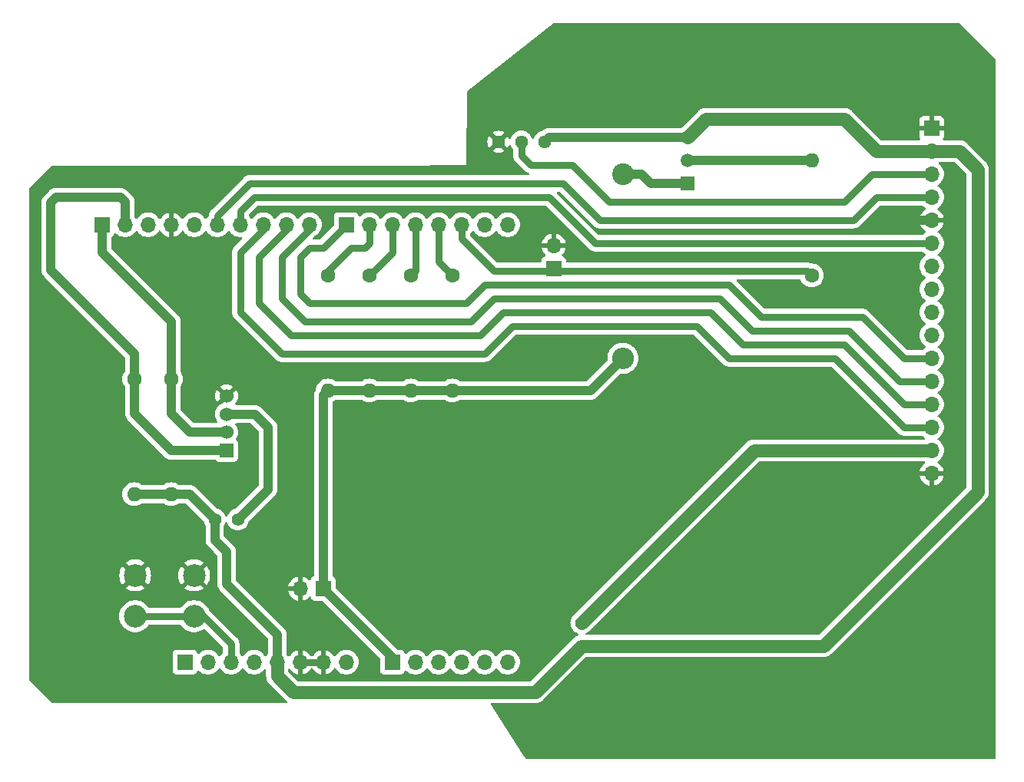
<source format=gbr>
%TF.GenerationSoftware,KiCad,Pcbnew,7.0.7*%
%TF.CreationDate,2024-04-23T12:32:36+02:00*%
%TF.ProjectId,SHIELD LCD1,53484945-4c44-4204-9c43-44312e6b6963,rev?*%
%TF.SameCoordinates,Original*%
%TF.FileFunction,Copper,L2,Bot*%
%TF.FilePolarity,Positive*%
%FSLAX46Y46*%
G04 Gerber Fmt 4.6, Leading zero omitted, Abs format (unit mm)*
G04 Created by KiCad (PCBNEW 7.0.7) date 2024-04-23 12:32:36*
%MOMM*%
%LPD*%
G01*
G04 APERTURE LIST*
%TA.AperFunction,ComponentPad*%
%ADD10C,1.400000*%
%TD*%
%TA.AperFunction,ComponentPad*%
%ADD11R,1.700000X1.700000*%
%TD*%
%TA.AperFunction,ComponentPad*%
%ADD12O,1.700000X1.700000*%
%TD*%
%TA.AperFunction,ComponentPad*%
%ADD13C,1.600000*%
%TD*%
%TA.AperFunction,ComponentPad*%
%ADD14O,1.600000X1.600000*%
%TD*%
%TA.AperFunction,ComponentPad*%
%ADD15C,2.500000*%
%TD*%
%TA.AperFunction,ComponentPad*%
%ADD16R,1.500000X1.500000*%
%TD*%
%TA.AperFunction,ComponentPad*%
%ADD17C,1.500000*%
%TD*%
%TA.AperFunction,ComponentPad*%
%ADD18C,2.400000*%
%TD*%
%TA.AperFunction,ComponentPad*%
%ADD19O,2.400000X2.400000*%
%TD*%
%TA.AperFunction,ComponentPad*%
%ADD20R,1.524000X1.524000*%
%TD*%
%TA.AperFunction,ComponentPad*%
%ADD21C,1.524000*%
%TD*%
%TA.AperFunction,ComponentPad*%
%ADD22C,1.440000*%
%TD*%
%TA.AperFunction,ViaPad*%
%ADD23C,2.000000*%
%TD*%
%TA.AperFunction,Conductor*%
%ADD24C,1.400000*%
%TD*%
%TA.AperFunction,Conductor*%
%ADD25C,1.000000*%
%TD*%
%TA.AperFunction,Conductor*%
%ADD26C,0.800000*%
%TD*%
G04 APERTURE END LIST*
D10*
%TO.P,JP2,1,A*%
%TO.N,+5V*%
X171628000Y-95662000D03*
%TO.P,JP2,2,B*%
%TO.N,Net-(J6-Pin_15)*%
X171628000Y-93122000D03*
%TD*%
D11*
%TO.P,J1,1,Pin_1*%
%TO.N,unconnected-(J1-Pin_1-Pad1)*%
X127940000Y-97460000D03*
D12*
%TO.P,J1,2,Pin_2*%
%TO.N,/IOREF*%
X130480000Y-97460000D03*
%TO.P,J1,3,Pin_3*%
%TO.N,/~{RESET}*%
X133020000Y-97460000D03*
%TO.P,J1,4,Pin_4*%
%TO.N,+3V3*%
X135560000Y-97460000D03*
%TO.P,J1,5,Pin_5*%
%TO.N,+5V*%
X138100000Y-97460000D03*
%TO.P,J1,6,Pin_6*%
%TO.N,GND*%
X140640000Y-97460000D03*
%TO.P,J1,7,Pin_7*%
X143180000Y-97460000D03*
%TO.P,J1,8,Pin_8*%
%TO.N,/Vin*%
X145720000Y-97460000D03*
%TD*%
D11*
%TO.P,J3,1,Pin_1*%
%TO.N,/A0*%
X150800000Y-97460000D03*
D12*
%TO.P,J3,2,Pin_2*%
%TO.N,/A1*%
X153340000Y-97460000D03*
%TO.P,J3,3,Pin_3*%
%TO.N,/A2*%
X155880000Y-97460000D03*
%TO.P,J3,4,Pin_4*%
%TO.N,/A3*%
X158420000Y-97460000D03*
%TO.P,J3,5,Pin_5*%
%TO.N,/A4*%
X160960000Y-97460000D03*
%TO.P,J3,6,Pin_6*%
%TO.N,/A5*%
X163500000Y-97460000D03*
%TD*%
D11*
%TO.P,J2,1,Pin_1*%
%TO.N,Net-(J2-Pin_1)*%
X118796000Y-49200000D03*
D12*
%TO.P,J2,2,Pin_2*%
%TO.N,Net-(J2-Pin_2)*%
X121336000Y-49200000D03*
%TO.P,J2,3,Pin_3*%
%TO.N,/AREF*%
X123876000Y-49200000D03*
%TO.P,J2,4,Pin_4*%
%TO.N,GND*%
X126416000Y-49200000D03*
%TO.P,J2,5,Pin_5*%
%TO.N,/13*%
X128956000Y-49200000D03*
%TO.P,J2,6,Pin_6*%
%TO.N,/12*%
X131496000Y-49200000D03*
%TO.P,J2,7,Pin_7*%
%TO.N,/\u002A11*%
X134036000Y-49200000D03*
%TO.P,J2,8,Pin_8*%
%TO.N,/\u002A10*%
X136576000Y-49200000D03*
%TO.P,J2,9,Pin_9*%
%TO.N,/\u002A9*%
X139116000Y-49200000D03*
%TO.P,J2,10,Pin_10*%
%TO.N,/8*%
X141656000Y-49200000D03*
%TD*%
D11*
%TO.P,J4,1,Pin_1*%
%TO.N,/7*%
X145720000Y-49200000D03*
D12*
%TO.P,J4,2,Pin_2*%
%TO.N,/\u002A6*%
X148260000Y-49200000D03*
%TO.P,J4,3,Pin_3*%
%TO.N,/\u002A5*%
X150800000Y-49200000D03*
%TO.P,J4,4,Pin_4*%
%TO.N,/4*%
X153340000Y-49200000D03*
%TO.P,J4,5,Pin_5*%
%TO.N,/\u002A3*%
X155880000Y-49200000D03*
%TO.P,J4,6,Pin_6*%
%TO.N,/2*%
X158420000Y-49200000D03*
%TO.P,J4,7,Pin_7*%
%TO.N,/TX{slash}1*%
X160960000Y-49200000D03*
%TO.P,J4,8,Pin_8*%
%TO.N,/RX{slash}0*%
X163500000Y-49200000D03*
%TD*%
D11*
%TO.P,J6,1,Pin_1*%
%TO.N,GND*%
X210236000Y-38532000D03*
D12*
%TO.P,J6,2,Pin_2*%
%TO.N,+5V*%
X210236000Y-41072000D03*
%TO.P,J6,3,Pin_3*%
%TO.N,/POT*%
X210236000Y-43612000D03*
%TO.P,J6,4,Pin_4*%
%TO.N,/12*%
X210236000Y-46152000D03*
%TO.P,J6,5,Pin_5*%
%TO.N,GND*%
X210236000Y-48692000D03*
%TO.P,J6,6,Pin_6*%
%TO.N,/\u002A11*%
X210236000Y-51232000D03*
%TO.P,J6,7,Pin_7*%
%TO.N,unconnected-(J6-Pin_7-Pad7)*%
X210236000Y-53772000D03*
%TO.P,J6,8,Pin_8*%
%TO.N,unconnected-(J6-Pin_8-Pad8)*%
X210236000Y-56312000D03*
%TO.P,J6,9,Pin_9*%
%TO.N,unconnected-(J6-Pin_9-Pad9)*%
X210236000Y-58852000D03*
%TO.P,J6,10,Pin_10*%
%TO.N,unconnected-(J6-Pin_10-Pad10)*%
X210236000Y-61392000D03*
%TO.P,J6,11,Pin_11*%
%TO.N,/7*%
X210236000Y-63932000D03*
%TO.P,J6,12,Pin_12*%
%TO.N,/8*%
X210236000Y-66472000D03*
%TO.P,J6,13,Pin_13*%
%TO.N,/\u002A9*%
X210236000Y-69012000D03*
%TO.P,J6,14,Pin_14*%
%TO.N,/\u002A10*%
X210236000Y-71552000D03*
%TO.P,J6,15,Pin_15*%
%TO.N,Net-(J6-Pin_15)*%
X210236000Y-74092000D03*
%TO.P,J6,16,Pin_16*%
%TO.N,GND*%
X210236000Y-76632000D03*
%TD*%
D13*
%TO.P,R3,1*%
%TO.N,/\u002A3*%
X157404000Y-54788000D03*
D14*
%TO.P,R3,2*%
%TO.N,/A0*%
X157404000Y-67488000D03*
%TD*%
D13*
%TO.P,R1,1*%
%TO.N,/2*%
X197028000Y-54788000D03*
D14*
%TO.P,R1,2*%
%TO.N,Net-(Q1-B)*%
X197028000Y-42088000D03*
%TD*%
D10*
%TO.P,JP1,1,A*%
%TO.N,Net-(J8-Pin_3)*%
X133762000Y-81712000D03*
%TO.P,JP1,2,B*%
%TO.N,+5V*%
X131222000Y-81712000D03*
%TD*%
D15*
%TO.P,SW1,1,1*%
%TO.N,GND*%
X122456000Y-87880000D03*
%TO.P,SW1,2,2*%
X128956000Y-87880000D03*
%TO.P,SW1,3,K*%
%TO.N,/~{RESET}*%
X122456000Y-92380000D03*
%TO.P,SW1,4,A*%
X128956000Y-92380000D03*
%TD*%
D11*
%TO.P,J7,1,Pin_1*%
%TO.N,/2*%
X168580000Y-54031000D03*
D12*
%TO.P,J7,2,Pin_2*%
%TO.N,GND*%
X168580000Y-51491000D03*
%TD*%
D13*
%TO.P,R4,1*%
%TO.N,/4*%
X152832000Y-54788000D03*
D14*
%TO.P,R4,2*%
%TO.N,/A0*%
X152832000Y-67488000D03*
%TD*%
D13*
%TO.P,R5,1*%
%TO.N,/\u002A5*%
X148260000Y-54788000D03*
D14*
%TO.P,R5,2*%
%TO.N,/A0*%
X148260000Y-67488000D03*
%TD*%
D13*
%TO.P,R6,1*%
%TO.N,/\u002A6*%
X143688000Y-54788000D03*
D14*
%TO.P,R6,2*%
%TO.N,/A0*%
X143688000Y-67488000D03*
%TD*%
D16*
%TO.P,Q1,1,C*%
%TO.N,Net-(Q1-C)*%
X183312000Y-44628000D03*
D17*
%TO.P,Q1,2,B*%
%TO.N,Net-(Q1-B)*%
X183312000Y-42088000D03*
%TO.P,Q1,3,E*%
%TO.N,+5V*%
X183312000Y-39548000D03*
%TD*%
D13*
%TO.P,R7,1*%
%TO.N,Net-(J2-Pin_1)*%
X126416000Y-66218000D03*
D14*
%TO.P,R7,2*%
%TO.N,+5V*%
X126416000Y-78918000D03*
%TD*%
D18*
%TO.P,R2,1*%
%TO.N,Net-(Q1-C)*%
X176200000Y-43612000D03*
D19*
%TO.P,R2,2*%
%TO.N,/A0*%
X176200000Y-63932000D03*
%TD*%
D11*
%TO.P,J5,1,Pin_1*%
%TO.N,/A0*%
X143180000Y-89332000D03*
D12*
%TO.P,J5,2,Pin_2*%
%TO.N,GND*%
X140640000Y-89332000D03*
%TD*%
D13*
%TO.P,R8,1*%
%TO.N,Net-(J2-Pin_2)*%
X122352000Y-66218000D03*
D14*
%TO.P,R8,2*%
%TO.N,+5V*%
X122352000Y-78918000D03*
%TD*%
D20*
%TO.P,J8,1,Pin_1*%
%TO.N,Net-(J2-Pin_2)*%
X132512000Y-74092000D03*
D21*
%TO.P,J8,2,Pin_2*%
%TO.N,Net-(J2-Pin_1)*%
X132512000Y-72092000D03*
%TO.P,J8,3,Pin_3*%
%TO.N,Net-(J8-Pin_3)*%
X132512000Y-70092000D03*
%TO.P,J8,4,Pin_4*%
%TO.N,GND*%
X132512000Y-68092000D03*
%TD*%
D22*
%TO.P,RV1,1,1*%
%TO.N,+5V*%
X167564000Y-40056000D03*
%TO.P,RV1,2,2*%
%TO.N,/POT*%
X165024000Y-40056000D03*
%TO.P,RV1,3,3*%
%TO.N,GND*%
X162484000Y-40056000D03*
%TD*%
D23*
%TO.N,GND*%
X171120000Y-35484000D03*
X206172000Y-48692000D03*
X167056000Y-48692000D03*
X206172000Y-38532000D03*
%TD*%
D24*
%TO.N,+5V*%
X215316000Y-43104000D02*
X213284000Y-41072000D01*
X215316000Y-78664000D02*
X215316000Y-43104000D01*
X198318000Y-95662000D02*
X215316000Y-78664000D01*
X171628000Y-95662000D02*
X198318000Y-95662000D01*
X213284000Y-41072000D02*
X210236000Y-41072000D01*
D25*
%TO.N,/A0*%
X152832000Y-67488000D02*
X157404000Y-67488000D01*
D24*
%TO.N,Net-(J6-Pin_15)*%
X190658000Y-74092000D02*
X210236000Y-74092000D01*
X171628000Y-93122000D02*
X190658000Y-74092000D01*
%TO.N,+5V*%
X138100000Y-97460000D02*
X138100000Y-98984000D01*
X138100000Y-98984000D02*
X139878000Y-100762000D01*
X139878000Y-100762000D02*
X166528000Y-100762000D01*
X166528000Y-100762000D02*
X171628000Y-95662000D01*
D25*
%TO.N,GND*%
X210236000Y-48692000D02*
X207188000Y-48692000D01*
D26*
X140640000Y-97460000D02*
X143180000Y-97460000D01*
D25*
X207188000Y-48692000D02*
X206172000Y-48692000D01*
%TO.N,+5V*%
X138100000Y-94412000D02*
X132512000Y-88824000D01*
X128428000Y-78918000D02*
X131222000Y-81712000D01*
X126416000Y-78918000D02*
X128428000Y-78918000D01*
X168072000Y-39548000D02*
X183312000Y-39548000D01*
X132512000Y-85268000D02*
X131222000Y-83978000D01*
D24*
X204140000Y-41072000D02*
X210236000Y-41072000D01*
D25*
X122352000Y-78918000D02*
X126416000Y-78918000D01*
X138100000Y-97460000D02*
X138100000Y-94412000D01*
D24*
X200584000Y-37516000D02*
X204140000Y-41072000D01*
D25*
X132512000Y-88824000D02*
X132512000Y-85268000D01*
X167564000Y-40056000D02*
X168072000Y-39548000D01*
D24*
X185344000Y-37516000D02*
X200584000Y-37516000D01*
D25*
X131222000Y-83978000D02*
X131222000Y-81712000D01*
D24*
X183312000Y-39548000D02*
X185344000Y-37516000D01*
D25*
%TO.N,/A0*%
X172644000Y-67488000D02*
X176200000Y-63932000D01*
X143180000Y-67996000D02*
X143688000Y-67488000D01*
X148260000Y-67488000D02*
X152832000Y-67488000D01*
X150800000Y-97460000D02*
X150800000Y-96952000D01*
X143180000Y-89332000D02*
X143180000Y-67996000D01*
X143688000Y-67488000D02*
X148260000Y-67488000D01*
X150800000Y-96952000D02*
X143180000Y-89332000D01*
X157404000Y-67488000D02*
X172644000Y-67488000D01*
D26*
%TO.N,/12*%
X169596000Y-44628000D02*
X173660000Y-48692000D01*
X131496000Y-48184000D02*
X135052000Y-44628000D01*
X135052000Y-44628000D02*
X169596000Y-44628000D01*
X201600000Y-48692000D02*
X204140000Y-46152000D01*
X204140000Y-46152000D02*
X210236000Y-46152000D01*
X173660000Y-48692000D02*
X201600000Y-48692000D01*
X131496000Y-49200000D02*
X131496000Y-48184000D01*
%TO.N,/8*%
X161976000Y-57328000D02*
X186868000Y-57328000D01*
X201092000Y-60884000D02*
X206680000Y-66472000D01*
X141656000Y-49708000D02*
X138608000Y-52756000D01*
X138608000Y-52756000D02*
X138608000Y-57328000D01*
X138608000Y-57328000D02*
X141148000Y-59868000D01*
X206680000Y-66472000D02*
X210236000Y-66472000D01*
X141148000Y-59868000D02*
X159436000Y-59868000D01*
X159436000Y-59868000D02*
X161976000Y-57328000D01*
X186868000Y-57328000D02*
X190424000Y-60884000D01*
X141656000Y-49200000D02*
X141656000Y-49708000D01*
X190424000Y-60884000D02*
X201092000Y-60884000D01*
%TO.N,/7*%
X160960000Y-55804000D02*
X187862000Y-55804000D01*
X143180000Y-51740000D02*
X141656000Y-51740000D01*
X202616000Y-59360000D02*
X207188000Y-63932000D01*
X187862000Y-55804000D02*
X191418000Y-59360000D01*
X140640000Y-52756000D02*
X140640000Y-56820000D01*
X140640000Y-56820000D02*
X141656000Y-57836000D01*
X141656000Y-57836000D02*
X158928000Y-57836000D01*
X207188000Y-63932000D02*
X210236000Y-63932000D01*
X145720000Y-49200000D02*
X143180000Y-51740000D01*
X191418000Y-59360000D02*
X202616000Y-59360000D01*
X141656000Y-51740000D02*
X140640000Y-52756000D01*
X158928000Y-57836000D02*
X160960000Y-55804000D01*
%TO.N,/\u002A11*%
X134036000Y-47676000D02*
X135560000Y-46152000D01*
X168072000Y-46152000D02*
X173152000Y-51232000D01*
X173152000Y-51232000D02*
X210236000Y-51232000D01*
X134036000Y-49200000D02*
X134036000Y-47676000D01*
X135560000Y-46152000D02*
X168072000Y-46152000D01*
%TO.N,/\u002A10*%
X207188000Y-71552000D02*
X210236000Y-71552000D01*
X164008000Y-60376000D02*
X184328000Y-60376000D01*
X187884000Y-63932000D02*
X199568000Y-63932000D01*
X134036000Y-52248000D02*
X134036000Y-58852000D01*
X136576000Y-49200000D02*
X136576000Y-49708000D01*
X184328000Y-60376000D02*
X187884000Y-63932000D01*
X138608000Y-63424000D02*
X160960000Y-63424000D01*
X160960000Y-63424000D02*
X164008000Y-60376000D01*
X199568000Y-63932000D02*
X207188000Y-71552000D01*
X134036000Y-58852000D02*
X138608000Y-63424000D01*
X136576000Y-49708000D02*
X134036000Y-52248000D01*
%TO.N,/\u002A9*%
X139624000Y-61392000D02*
X160452000Y-61392000D01*
X139116000Y-49708000D02*
X136068000Y-52756000D01*
X200584000Y-62408000D02*
X207188000Y-69012000D01*
X162992000Y-58852000D02*
X185852000Y-58852000D01*
X207188000Y-69012000D02*
X210236000Y-69012000D01*
X160452000Y-61392000D02*
X162992000Y-58852000D01*
X185852000Y-58852000D02*
X189408000Y-62408000D01*
X189408000Y-62408000D02*
X200584000Y-62408000D01*
X136068000Y-57836000D02*
X139624000Y-61392000D01*
X139116000Y-49200000D02*
X139116000Y-49708000D01*
X136068000Y-52756000D02*
X136068000Y-57836000D01*
%TO.N,/4*%
X153340000Y-49200000D02*
X153340000Y-54280000D01*
X153340000Y-54280000D02*
X152832000Y-54788000D01*
%TO.N,/2*%
X158420000Y-50724000D02*
X161976000Y-54280000D01*
X161976000Y-54280000D02*
X196520000Y-54280000D01*
X196520000Y-54280000D02*
X197028000Y-54788000D01*
X158420000Y-49200000D02*
X158420000Y-50724000D01*
%TO.N,/\u002A6*%
X148260000Y-51232000D02*
X147752000Y-51740000D01*
X146228000Y-51740000D02*
X143688000Y-54280000D01*
X148260000Y-49200000D02*
X148260000Y-51232000D01*
X147752000Y-51740000D02*
X146228000Y-51740000D01*
X143688000Y-54280000D02*
X143688000Y-54788000D01*
%TO.N,/\u002A5*%
X150800000Y-49200000D02*
X150800000Y-52248000D01*
X150800000Y-52248000D02*
X148260000Y-54788000D01*
%TO.N,/\u002A3*%
X155880000Y-53264000D02*
X157404000Y-54788000D01*
X155880000Y-49200000D02*
X155880000Y-53264000D01*
%TO.N,/~{RESET}*%
X129028000Y-92308000D02*
X129900000Y-92308000D01*
X129900000Y-92308000D02*
X133020000Y-95428000D01*
X122456000Y-92380000D02*
X128956000Y-92380000D01*
X128956000Y-92380000D02*
X129028000Y-92308000D01*
X133020000Y-95428000D02*
X133020000Y-97460000D01*
D25*
%TO.N,Net-(Q1-C)*%
X178232000Y-43612000D02*
X179248000Y-44628000D01*
X179248000Y-44628000D02*
X183312000Y-44628000D01*
X176200000Y-43612000D02*
X178232000Y-43612000D01*
%TO.N,Net-(Q1-B)*%
X183312000Y-42088000D02*
X197028000Y-42088000D01*
D26*
%TO.N,/POT*%
X203632000Y-43612000D02*
X210236000Y-43612000D01*
X200584000Y-46660000D02*
X203632000Y-43612000D01*
X170612000Y-42596000D02*
X174676000Y-46660000D01*
X166040000Y-42596000D02*
X170612000Y-42596000D01*
X165024000Y-40056000D02*
X165024000Y-41580000D01*
X174676000Y-46660000D02*
X200584000Y-46660000D01*
X165024000Y-41580000D02*
X166040000Y-42596000D01*
D25*
%TO.N,Net-(J2-Pin_1)*%
X128480000Y-72092000D02*
X126416000Y-70028000D01*
X126416000Y-59868000D02*
X118796000Y-52248000D01*
X126416000Y-66218000D02*
X126416000Y-59868000D01*
X118796000Y-52248000D02*
X118796000Y-49200000D01*
X132512000Y-72092000D02*
X128480000Y-72092000D01*
X126416000Y-70028000D02*
X126416000Y-66218000D01*
%TO.N,Net-(J2-Pin_2)*%
X113140000Y-46728000D02*
X113716000Y-46152000D01*
X122352000Y-70028000D02*
X122352000Y-66218000D01*
X113140000Y-54212000D02*
X113140000Y-46728000D01*
X120828000Y-46152000D02*
X121336000Y-46660000D01*
X122352000Y-66218000D02*
X122352000Y-63424000D01*
X113716000Y-46152000D02*
X120828000Y-46152000D01*
X122352000Y-63424000D02*
X113140000Y-54212000D01*
X132512000Y-74092000D02*
X126416000Y-74092000D01*
X121336000Y-46660000D02*
X121336000Y-49200000D01*
X126416000Y-74092000D02*
X122352000Y-70028000D01*
%TO.N,Net-(J8-Pin_3)*%
X133762000Y-81712000D02*
X137084000Y-78390000D01*
X137084000Y-78390000D02*
X137084000Y-71552000D01*
X135624000Y-70092000D02*
X132512000Y-70092000D01*
X137084000Y-71552000D02*
X135624000Y-70092000D01*
%TD*%
%TA.AperFunction,Conductor*%
%TO.N,GND*%
G36*
X213268404Y-26943185D02*
G01*
X213289046Y-26959819D01*
X217236181Y-30906953D01*
X217269666Y-30968276D01*
X217272500Y-30994634D01*
X217272500Y-108004000D01*
X217252815Y-108071039D01*
X217200011Y-108116794D01*
X217148500Y-108128000D01*
X165598363Y-108128000D01*
X165531324Y-108108315D01*
X165495189Y-108072783D01*
X165069925Y-107434887D01*
X161642600Y-102162079D01*
X161622569Y-102095142D01*
X161641906Y-102028001D01*
X161694472Y-101981974D01*
X161746567Y-101970500D01*
X166456650Y-101970500D01*
X166463589Y-101970889D01*
X166500774Y-101975079D01*
X166500776Y-101975078D01*
X166500777Y-101975079D01*
X166516599Y-101974012D01*
X166566623Y-101970639D01*
X166570777Y-101970500D01*
X166582271Y-101970500D01*
X166582276Y-101970500D01*
X166622832Y-101966849D01*
X166690997Y-101962253D01*
X166717806Y-101960447D01*
X166717808Y-101960446D01*
X166717815Y-101960446D01*
X166721595Y-101959493D01*
X166740775Y-101956234D01*
X166744658Y-101955885D01*
X166753286Y-101953504D01*
X166836417Y-101930561D01*
X166852359Y-101926544D01*
X166928756Y-101907294D01*
X166932297Y-101905685D01*
X166950595Y-101899049D01*
X166954353Y-101898013D01*
X167040121Y-101856709D01*
X167126815Y-101817331D01*
X167130014Y-101815114D01*
X167146836Y-101805318D01*
X167150344Y-101803629D01*
X167227382Y-101747657D01*
X167305629Y-101693448D01*
X167308372Y-101690703D01*
X167323184Y-101678053D01*
X167326333Y-101675766D01*
X167392144Y-101606932D01*
X172092257Y-96906819D01*
X172153581Y-96873334D01*
X172179939Y-96870500D01*
X198246650Y-96870500D01*
X198253589Y-96870889D01*
X198290774Y-96875079D01*
X198290776Y-96875078D01*
X198290777Y-96875079D01*
X198306599Y-96874012D01*
X198356623Y-96870639D01*
X198360777Y-96870500D01*
X198372271Y-96870500D01*
X198372276Y-96870500D01*
X198412832Y-96866849D01*
X198480997Y-96862253D01*
X198507806Y-96860447D01*
X198507808Y-96860446D01*
X198507815Y-96860446D01*
X198511595Y-96859493D01*
X198530775Y-96856234D01*
X198534658Y-96855885D01*
X198626417Y-96830561D01*
X198718756Y-96807294D01*
X198722297Y-96805685D01*
X198740595Y-96799049D01*
X198744353Y-96798013D01*
X198830121Y-96756709D01*
X198916815Y-96717331D01*
X198920014Y-96715114D01*
X198936836Y-96705318D01*
X198940344Y-96703629D01*
X199017382Y-96647657D01*
X199095629Y-96593448D01*
X199098372Y-96590703D01*
X199113184Y-96578053D01*
X199116333Y-96575766D01*
X199182144Y-96506932D01*
X216120092Y-79568983D01*
X216125252Y-79564371D01*
X216154525Y-79541028D01*
X216197946Y-79491327D01*
X216200779Y-79488296D01*
X216208917Y-79480160D01*
X216235002Y-79448914D01*
X216297649Y-79377210D01*
X216299646Y-79373868D01*
X216310916Y-79357984D01*
X216311007Y-79357874D01*
X216313404Y-79355004D01*
X216360370Y-79272231D01*
X216409222Y-79190468D01*
X216410590Y-79186823D01*
X216418844Y-79169180D01*
X216420757Y-79165808D01*
X216420758Y-79165807D01*
X216427659Y-79146087D01*
X216452193Y-79075971D01*
X216485658Y-78986805D01*
X216486354Y-78982966D01*
X216491318Y-78964158D01*
X216492606Y-78960479D01*
X216507500Y-78866441D01*
X216524500Y-78772767D01*
X216524500Y-78768873D01*
X216526027Y-78749474D01*
X216526637Y-78745624D01*
X216524500Y-78650406D01*
X216524499Y-43175351D01*
X216524889Y-43168403D01*
X216525352Y-43164297D01*
X216529079Y-43131226D01*
X216524639Y-43065376D01*
X216524500Y-43061221D01*
X216524500Y-43049732D01*
X216524500Y-43049724D01*
X216520849Y-43009167D01*
X216514446Y-42914185D01*
X216514445Y-42914180D01*
X216513495Y-42910408D01*
X216510234Y-42891217D01*
X216509885Y-42887346D01*
X216509885Y-42887342D01*
X216484561Y-42795582D01*
X216478890Y-42773076D01*
X216461297Y-42703253D01*
X216461295Y-42703249D01*
X216461294Y-42703244D01*
X216459678Y-42699687D01*
X216453048Y-42681397D01*
X216452013Y-42677647D01*
X216410709Y-42591878D01*
X216371331Y-42505185D01*
X216371328Y-42505180D01*
X216371327Y-42505178D01*
X216369110Y-42501978D01*
X216359318Y-42485163D01*
X216357629Y-42481656D01*
X216331463Y-42445642D01*
X216301657Y-42404616D01*
X216247454Y-42326379D01*
X216247451Y-42326375D01*
X216247448Y-42326371D01*
X216244696Y-42323618D01*
X216232057Y-42308821D01*
X216229766Y-42305667D01*
X216205678Y-42282637D01*
X216160932Y-42239855D01*
X214188994Y-40267917D01*
X214184357Y-40262728D01*
X214171250Y-40246293D01*
X214161028Y-40233475D01*
X214152698Y-40226197D01*
X214111327Y-40190051D01*
X214108278Y-40187201D01*
X214100167Y-40179089D01*
X214087256Y-40168310D01*
X214068908Y-40152991D01*
X214046056Y-40133026D01*
X213997212Y-40090352D01*
X213993861Y-40088350D01*
X213977996Y-40077093D01*
X213974999Y-40074591D01*
X213892198Y-40027609D01*
X213892197Y-40027608D01*
X213810468Y-39978778D01*
X213810464Y-39978776D01*
X213810463Y-39978775D01*
X213806811Y-39977405D01*
X213789199Y-39969165D01*
X213785813Y-39967244D01*
X213785807Y-39967241D01*
X213785805Y-39967240D01*
X213785802Y-39967239D01*
X213785800Y-39967238D01*
X213695932Y-39935792D01*
X213606804Y-39902341D01*
X213606801Y-39902340D01*
X213602968Y-39901645D01*
X213584170Y-39896684D01*
X213580479Y-39895392D01*
X213486420Y-39880495D01*
X213392771Y-39863500D01*
X213392767Y-39863500D01*
X213388872Y-39863500D01*
X213369475Y-39861973D01*
X213365630Y-39861364D01*
X213365628Y-39861363D01*
X213365623Y-39861363D01*
X213365617Y-39861363D01*
X213365616Y-39861363D01*
X213270406Y-39863500D01*
X211597852Y-39863500D01*
X211530813Y-39843815D01*
X211485058Y-39791011D01*
X211475114Y-39721853D01*
X211498586Y-39665188D01*
X211529352Y-39624089D01*
X211529354Y-39624086D01*
X211579596Y-39489379D01*
X211579598Y-39489372D01*
X211585999Y-39429844D01*
X211586000Y-39429827D01*
X211586000Y-38782000D01*
X210849347Y-38782000D01*
X210782308Y-38762315D01*
X210736553Y-38709511D01*
X210726609Y-38640353D01*
X210730369Y-38623067D01*
X210736000Y-38603888D01*
X210736000Y-38460111D01*
X210730369Y-38440933D01*
X210730370Y-38371064D01*
X210768145Y-38312286D01*
X210831701Y-38283262D01*
X210849347Y-38282000D01*
X211586000Y-38282000D01*
X211586000Y-37634172D01*
X211585999Y-37634155D01*
X211579598Y-37574627D01*
X211579596Y-37574620D01*
X211529354Y-37439913D01*
X211529350Y-37439906D01*
X211443190Y-37324812D01*
X211443187Y-37324809D01*
X211328093Y-37238649D01*
X211328086Y-37238645D01*
X211193379Y-37188403D01*
X211193372Y-37188401D01*
X211133844Y-37182000D01*
X210486000Y-37182000D01*
X210486000Y-37919698D01*
X210466315Y-37986737D01*
X210413511Y-38032492D01*
X210344355Y-38042436D01*
X210271766Y-38032000D01*
X210271763Y-38032000D01*
X210200237Y-38032000D01*
X210200233Y-38032000D01*
X210127645Y-38042436D01*
X210058487Y-38032492D01*
X210005684Y-37986736D01*
X209986000Y-37919698D01*
X209986000Y-37182000D01*
X209338155Y-37182000D01*
X209278627Y-37188401D01*
X209278620Y-37188403D01*
X209143913Y-37238645D01*
X209143906Y-37238649D01*
X209028812Y-37324809D01*
X209028809Y-37324812D01*
X208942649Y-37439906D01*
X208942645Y-37439913D01*
X208892403Y-37574620D01*
X208892401Y-37574627D01*
X208886000Y-37634155D01*
X208886000Y-37634172D01*
X208885999Y-38281999D01*
X208886000Y-38282000D01*
X209622653Y-38282000D01*
X209689692Y-38301685D01*
X209735447Y-38354489D01*
X209745391Y-38423647D01*
X209741631Y-38440933D01*
X209736000Y-38460111D01*
X209736000Y-38603888D01*
X209741631Y-38623067D01*
X209741630Y-38692936D01*
X209703855Y-38751714D01*
X209640299Y-38780738D01*
X209622653Y-38782000D01*
X208886000Y-38782000D01*
X208886000Y-39429844D01*
X208892401Y-39489372D01*
X208892403Y-39489379D01*
X208942645Y-39624086D01*
X208942647Y-39624089D01*
X208973414Y-39665188D01*
X208997832Y-39730652D01*
X208982981Y-39798926D01*
X208933576Y-39848331D01*
X208874148Y-39863500D01*
X204691939Y-39863500D01*
X204624900Y-39843815D01*
X204604258Y-39827181D01*
X201488994Y-36711917D01*
X201484357Y-36706728D01*
X201461026Y-36677473D01*
X201411327Y-36634051D01*
X201408278Y-36631201D01*
X201400167Y-36623089D01*
X201368907Y-36596990D01*
X201297212Y-36534352D01*
X201293861Y-36532350D01*
X201277996Y-36521093D01*
X201274999Y-36518591D01*
X201192198Y-36471609D01*
X201173887Y-36460669D01*
X201110468Y-36422778D01*
X201110464Y-36422776D01*
X201110463Y-36422775D01*
X201106811Y-36421405D01*
X201089199Y-36413165D01*
X201085813Y-36411244D01*
X201085807Y-36411241D01*
X201085805Y-36411240D01*
X201085802Y-36411239D01*
X201085800Y-36411238D01*
X200995932Y-36379792D01*
X200906804Y-36346341D01*
X200906801Y-36346340D01*
X200902968Y-36345645D01*
X200884170Y-36340684D01*
X200880479Y-36339392D01*
X200786420Y-36324495D01*
X200692771Y-36307500D01*
X200692767Y-36307500D01*
X200688872Y-36307500D01*
X200669475Y-36305973D01*
X200665630Y-36305364D01*
X200665628Y-36305363D01*
X200665623Y-36305363D01*
X200665617Y-36305363D01*
X200665616Y-36305363D01*
X200570406Y-36307500D01*
X185415350Y-36307500D01*
X185408410Y-36307110D01*
X185386172Y-36304605D01*
X185371229Y-36302921D01*
X185371222Y-36302920D01*
X185327438Y-36305873D01*
X185305376Y-36307360D01*
X185301223Y-36307500D01*
X185289722Y-36307500D01*
X185249166Y-36311150D01*
X185154184Y-36317553D01*
X185154183Y-36317553D01*
X185150391Y-36318509D01*
X185131234Y-36321764D01*
X185127348Y-36322114D01*
X185127342Y-36322115D01*
X185035582Y-36347438D01*
X184943246Y-36370705D01*
X184943232Y-36370710D01*
X184939681Y-36372323D01*
X184921413Y-36378947D01*
X184917648Y-36379986D01*
X184831878Y-36421290D01*
X184745185Y-36460669D01*
X184745183Y-36460670D01*
X184741967Y-36462898D01*
X184725184Y-36472671D01*
X184721656Y-36474371D01*
X184721655Y-36474371D01*
X184644617Y-36530342D01*
X184566374Y-36584549D01*
X184566362Y-36584559D01*
X184563603Y-36587318D01*
X184548837Y-36599930D01*
X184545668Y-36602232D01*
X184479855Y-36671067D01*
X182726971Y-38423950D01*
X182691701Y-38448648D01*
X182680352Y-38453940D01*
X182680345Y-38453944D01*
X182590186Y-38517075D01*
X182523980Y-38539402D01*
X182519063Y-38539500D01*
X168124596Y-38539500D01*
X168118515Y-38539201D01*
X168072000Y-38534620D01*
X168022453Y-38539500D01*
X167874300Y-38554091D01*
X167684191Y-38611760D01*
X167509001Y-38705401D01*
X167508994Y-38705405D01*
X167360547Y-38827234D01*
X167313977Y-38851155D01*
X167142223Y-38897178D01*
X166947405Y-38988023D01*
X166947403Y-38988024D01*
X166771316Y-39111320D01*
X166619320Y-39263316D01*
X166496024Y-39439403D01*
X166496023Y-39439405D01*
X166406382Y-39631641D01*
X166360209Y-39684080D01*
X166293016Y-39703232D01*
X166226135Y-39683016D01*
X166181618Y-39631641D01*
X166136467Y-39534815D01*
X166091976Y-39439404D01*
X165968681Y-39263319D01*
X165968679Y-39263316D01*
X165816682Y-39111319D01*
X165640601Y-38988026D01*
X165640597Y-38988024D01*
X165640596Y-38988023D01*
X165445777Y-38897178D01*
X165445774Y-38897177D01*
X165445772Y-38897176D01*
X165238144Y-38841542D01*
X165238136Y-38841541D01*
X165024002Y-38822807D01*
X165023998Y-38822807D01*
X164809863Y-38841541D01*
X164809855Y-38841542D01*
X164602227Y-38897176D01*
X164602221Y-38897179D01*
X164407405Y-38988023D01*
X164407403Y-38988024D01*
X164231316Y-39111320D01*
X164079320Y-39263316D01*
X163956024Y-39439403D01*
X163956023Y-39439405D01*
X163862890Y-39639130D01*
X163861302Y-39638389D01*
X163824513Y-39688314D01*
X163759234Y-39713223D01*
X163690852Y-39698886D01*
X163641076Y-39649854D01*
X163637075Y-39642013D01*
X163544588Y-39443673D01*
X163544587Y-39443671D01*
X163505583Y-39387967D01*
X163021419Y-39872132D01*
X162960096Y-39905617D01*
X162890404Y-39900633D01*
X162834471Y-39858761D01*
X162823256Y-39840751D01*
X162811641Y-39817955D01*
X162811637Y-39817951D01*
X162811636Y-39817949D01*
X162722050Y-39728363D01*
X162722047Y-39728361D01*
X162722045Y-39728359D01*
X162699250Y-39716744D01*
X162648456Y-39668771D01*
X162631661Y-39600950D01*
X162654198Y-39534815D01*
X162667866Y-39518580D01*
X163152031Y-39034415D01*
X163096330Y-38995413D01*
X163096328Y-38995412D01*
X162902859Y-38905197D01*
X162902853Y-38905194D01*
X162696662Y-38849945D01*
X162696654Y-38849944D01*
X162484002Y-38831340D01*
X162483998Y-38831340D01*
X162271345Y-38849944D01*
X162271337Y-38849945D01*
X162065146Y-38905194D01*
X162065140Y-38905197D01*
X161871667Y-38995414D01*
X161815967Y-39034414D01*
X162300133Y-39518580D01*
X162333618Y-39579903D01*
X162328634Y-39649595D01*
X162286762Y-39705528D01*
X162268748Y-39716745D01*
X162245956Y-39728358D01*
X162245949Y-39728363D01*
X162156363Y-39817949D01*
X162156358Y-39817956D01*
X162144745Y-39840748D01*
X162096770Y-39891544D01*
X162028949Y-39908338D01*
X161962814Y-39885800D01*
X161946580Y-39872133D01*
X161462414Y-39387967D01*
X161423414Y-39443667D01*
X161333197Y-39637140D01*
X161333194Y-39637146D01*
X161277945Y-39843337D01*
X161277944Y-39843345D01*
X161259340Y-40055997D01*
X161259340Y-40056002D01*
X161277944Y-40268654D01*
X161277945Y-40268662D01*
X161333194Y-40474853D01*
X161333197Y-40474859D01*
X161423412Y-40668328D01*
X161423413Y-40668330D01*
X161462415Y-40724030D01*
X161462415Y-40724031D01*
X161946580Y-40239866D01*
X162007903Y-40206381D01*
X162077594Y-40211365D01*
X162133528Y-40253236D01*
X162144742Y-40271246D01*
X162156359Y-40294045D01*
X162156361Y-40294047D01*
X162156363Y-40294050D01*
X162245949Y-40383636D01*
X162245951Y-40383637D01*
X162245955Y-40383641D01*
X162268747Y-40395254D01*
X162319542Y-40443228D01*
X162336337Y-40511049D01*
X162313799Y-40577184D01*
X162300132Y-40593419D01*
X161815967Y-41077583D01*
X161871670Y-41116586D01*
X162065140Y-41206802D01*
X162065146Y-41206805D01*
X162271337Y-41262054D01*
X162271345Y-41262055D01*
X162483998Y-41280660D01*
X162484002Y-41280660D01*
X162696654Y-41262055D01*
X162696662Y-41262054D01*
X162902853Y-41206805D01*
X162902859Y-41206802D01*
X163096330Y-41116586D01*
X163096336Y-41116582D01*
X163152031Y-41077584D01*
X162667866Y-40593419D01*
X162634381Y-40532096D01*
X162639365Y-40462404D01*
X162681237Y-40406471D01*
X162699245Y-40395258D01*
X162722045Y-40383641D01*
X162811641Y-40294045D01*
X162823254Y-40271252D01*
X162871225Y-40220458D01*
X162939046Y-40203661D01*
X163005181Y-40226197D01*
X163021419Y-40239866D01*
X163505584Y-40724031D01*
X163544582Y-40668336D01*
X163544588Y-40668326D01*
X163637075Y-40469986D01*
X163683247Y-40417546D01*
X163750440Y-40398394D01*
X163817321Y-40418609D01*
X163862656Y-40471774D01*
X163864491Y-40476305D01*
X163956024Y-40672597D01*
X163956026Y-40672601D01*
X164011475Y-40751790D01*
X164062522Y-40824693D01*
X164079323Y-40848686D01*
X164082801Y-40852832D01*
X164081921Y-40853569D01*
X164112663Y-40909849D01*
X164115500Y-40936224D01*
X164115500Y-41498743D01*
X164113973Y-41518142D01*
X164111748Y-41532188D01*
X164115415Y-41602158D01*
X164115500Y-41605404D01*
X164115500Y-41627610D01*
X164116671Y-41638757D01*
X164117820Y-41649693D01*
X164118074Y-41652925D01*
X164121742Y-41722901D01*
X164125424Y-41736640D01*
X164128969Y-41755767D01*
X164130457Y-41769927D01*
X164139095Y-41796510D01*
X164152121Y-41836604D01*
X164153028Y-41839663D01*
X164158456Y-41859918D01*
X164171171Y-41907373D01*
X164177631Y-41920051D01*
X164185073Y-41938018D01*
X164189470Y-41951550D01*
X164189471Y-41951553D01*
X164192499Y-41956798D01*
X164224521Y-42012262D01*
X164226055Y-42015087D01*
X164257871Y-42077530D01*
X164266347Y-42087998D01*
X164266827Y-42088590D01*
X164277838Y-42104610D01*
X164284960Y-42116944D01*
X164284962Y-42116947D01*
X164331846Y-42169017D01*
X164333946Y-42171476D01*
X164347928Y-42188741D01*
X164347930Y-42188744D01*
X164347931Y-42188744D01*
X164363625Y-42204438D01*
X164365846Y-42206777D01*
X164412747Y-42258866D01*
X164424257Y-42267228D01*
X164439052Y-42279865D01*
X165340133Y-43180946D01*
X165352768Y-43195739D01*
X165361132Y-43207251D01*
X165361134Y-43207253D01*
X165413204Y-43254137D01*
X165415560Y-43256373D01*
X165431262Y-43272075D01*
X165448516Y-43286048D01*
X165450982Y-43288154D01*
X165488885Y-43322281D01*
X165503056Y-43335040D01*
X165503058Y-43335041D01*
X165515374Y-43342152D01*
X165531404Y-43353168D01*
X165542470Y-43362129D01*
X165590761Y-43386734D01*
X165604902Y-43393939D01*
X165607739Y-43395478D01*
X165668444Y-43430527D01*
X165681980Y-43434925D01*
X165699949Y-43442367D01*
X165712630Y-43448829D01*
X165780317Y-43466966D01*
X165783402Y-43467879D01*
X165813224Y-43477569D01*
X165870900Y-43517007D01*
X165898098Y-43581365D01*
X165886183Y-43650212D01*
X165838939Y-43701687D01*
X165774906Y-43719500D01*
X135133256Y-43719500D01*
X135113857Y-43717973D01*
X135099810Y-43715748D01*
X135099809Y-43715748D01*
X135029838Y-43719415D01*
X135026595Y-43719500D01*
X135004390Y-43719500D01*
X134993355Y-43720659D01*
X134982305Y-43721820D01*
X134979074Y-43722074D01*
X134909096Y-43725742D01*
X134895343Y-43729427D01*
X134876223Y-43732970D01*
X134862071Y-43734457D01*
X134808987Y-43751705D01*
X134795406Y-43756118D01*
X134792326Y-43757031D01*
X134766607Y-43763922D01*
X134724634Y-43775169D01*
X134724628Y-43775172D01*
X134711947Y-43781632D01*
X134693993Y-43789069D01*
X134680445Y-43793472D01*
X134619769Y-43828502D01*
X134616918Y-43830051D01*
X134554473Y-43861868D01*
X134554470Y-43861870D01*
X134549461Y-43865925D01*
X134547712Y-43867343D01*
X134543408Y-43870828D01*
X134527377Y-43881846D01*
X134515058Y-43888958D01*
X134515053Y-43888962D01*
X134462991Y-43935838D01*
X134460527Y-43937943D01*
X134443267Y-43951921D01*
X134443248Y-43951938D01*
X134427545Y-43967639D01*
X134425195Y-43969869D01*
X134373133Y-44016746D01*
X134364769Y-44028259D01*
X134352135Y-44043050D01*
X130911050Y-47484135D01*
X130896259Y-47496769D01*
X130884746Y-47505133D01*
X130837869Y-47557195D01*
X130835639Y-47559545D01*
X130819939Y-47575247D01*
X130819928Y-47575258D01*
X130805948Y-47592521D01*
X130803843Y-47594985D01*
X130756962Y-47647052D01*
X130756957Y-47647059D01*
X130749838Y-47659388D01*
X130738833Y-47675400D01*
X130729873Y-47686466D01*
X130729871Y-47686468D01*
X130698053Y-47748913D01*
X130696505Y-47751765D01*
X130661471Y-47812445D01*
X130657071Y-47825988D01*
X130649630Y-47843951D01*
X130643171Y-47856628D01*
X130643169Y-47856634D01*
X130631876Y-47898777D01*
X130625031Y-47924324D01*
X130624115Y-47927416D01*
X130602457Y-47994074D01*
X130602457Y-47994077D01*
X130600970Y-48008223D01*
X130597427Y-48027344D01*
X130593742Y-48041097D01*
X130590074Y-48111073D01*
X130589820Y-48114304D01*
X130587499Y-48136402D01*
X130587353Y-48139182D01*
X130564174Y-48205095D01*
X130554754Y-48216652D01*
X130420279Y-48362730D01*
X130420276Y-48362734D01*
X130329808Y-48501206D01*
X130276662Y-48546562D01*
X130207431Y-48555986D01*
X130144095Y-48526484D01*
X130122192Y-48501206D01*
X130031723Y-48362734D01*
X130031715Y-48362723D01*
X129879243Y-48197097D01*
X129879238Y-48197092D01*
X129748189Y-48095092D01*
X129701576Y-48058811D01*
X129701575Y-48058810D01*
X129701572Y-48058808D01*
X129503580Y-47951661D01*
X129503577Y-47951659D01*
X129503574Y-47951658D01*
X129503571Y-47951657D01*
X129503569Y-47951656D01*
X129290637Y-47878556D01*
X129068569Y-47841500D01*
X128843431Y-47841500D01*
X128621362Y-47878556D01*
X128408430Y-47951656D01*
X128408419Y-47951661D01*
X128210427Y-48058808D01*
X128210422Y-48058812D01*
X128032761Y-48197092D01*
X128032756Y-48197097D01*
X127880284Y-48362723D01*
X127880276Y-48362734D01*
X127786251Y-48506650D01*
X127733105Y-48552007D01*
X127663873Y-48561430D01*
X127600538Y-48531928D01*
X127580868Y-48509951D01*
X127454113Y-48328926D01*
X127454108Y-48328920D01*
X127287082Y-48161894D01*
X127093578Y-48026399D01*
X126879492Y-47926570D01*
X126879486Y-47926567D01*
X126666000Y-47869364D01*
X126666000Y-48587698D01*
X126646315Y-48654737D01*
X126593511Y-48700492D01*
X126524355Y-48710436D01*
X126451766Y-48700000D01*
X126451763Y-48700000D01*
X126380237Y-48700000D01*
X126380233Y-48700000D01*
X126307645Y-48710436D01*
X126238487Y-48700492D01*
X126185684Y-48654736D01*
X126166000Y-48587698D01*
X126166000Y-47869364D01*
X126165999Y-47869364D01*
X125952513Y-47926567D01*
X125952507Y-47926570D01*
X125738422Y-48026399D01*
X125738420Y-48026400D01*
X125544926Y-48161886D01*
X125544920Y-48161891D01*
X125377891Y-48328920D01*
X125377890Y-48328922D01*
X125251131Y-48509952D01*
X125196554Y-48553577D01*
X125127055Y-48560769D01*
X125064701Y-48529247D01*
X125045752Y-48506656D01*
X124951722Y-48362732D01*
X124951715Y-48362725D01*
X124951715Y-48362723D01*
X124799243Y-48197097D01*
X124799238Y-48197092D01*
X124668189Y-48095092D01*
X124621576Y-48058811D01*
X124621575Y-48058810D01*
X124621572Y-48058808D01*
X124423580Y-47951661D01*
X124423577Y-47951659D01*
X124423574Y-47951658D01*
X124423571Y-47951657D01*
X124423569Y-47951656D01*
X124210637Y-47878556D01*
X123988569Y-47841500D01*
X123763431Y-47841500D01*
X123541362Y-47878556D01*
X123328430Y-47951656D01*
X123328419Y-47951661D01*
X123130427Y-48058808D01*
X123130422Y-48058812D01*
X122952761Y-48197092D01*
X122952756Y-48197097D01*
X122800284Y-48362723D01*
X122800276Y-48362734D01*
X122709808Y-48501206D01*
X122656662Y-48546562D01*
X122587431Y-48555986D01*
X122524095Y-48526484D01*
X122502192Y-48501206D01*
X122411723Y-48362734D01*
X122411722Y-48362732D01*
X122377270Y-48325307D01*
X122346348Y-48262654D01*
X122344500Y-48241325D01*
X122344500Y-46712594D01*
X122344799Y-46706513D01*
X122345763Y-46696719D01*
X122349380Y-46660000D01*
X122329908Y-46462299D01*
X122272241Y-46272196D01*
X122259034Y-46247487D01*
X122178595Y-46096996D01*
X122052568Y-45943432D01*
X122033315Y-45927632D01*
X122016434Y-45913778D01*
X122011933Y-45909699D01*
X121578301Y-45476067D01*
X121574222Y-45471566D01*
X121573424Y-45470594D01*
X121564597Y-45459838D01*
X121544567Y-45435430D01*
X121391005Y-45309405D01*
X121390998Y-45309401D01*
X121215809Y-45215761D01*
X121215806Y-45215760D01*
X121215804Y-45215759D01*
X121192923Y-45208818D01*
X121055970Y-45167273D01*
X121025702Y-45158091D01*
X120902324Y-45145940D01*
X120828000Y-45138620D01*
X120827999Y-45138620D01*
X120781482Y-45143201D01*
X120775402Y-45143500D01*
X113768598Y-45143500D01*
X113762518Y-45143201D01*
X113716000Y-45138620D01*
X113518297Y-45158091D01*
X113455153Y-45177246D01*
X113351077Y-45208818D01*
X113328196Y-45215759D01*
X113328195Y-45215759D01*
X113328190Y-45215761D01*
X113153001Y-45309401D01*
X113152994Y-45309405D01*
X112999431Y-45435432D01*
X112969775Y-45471567D01*
X112965687Y-45476077D01*
X112464077Y-45977687D01*
X112459567Y-45981775D01*
X112423432Y-46011431D01*
X112297405Y-46164994D01*
X112276959Y-46203248D01*
X112203759Y-46340194D01*
X112146091Y-46530296D01*
X112126620Y-46728000D01*
X112131201Y-46774517D01*
X112131500Y-46780597D01*
X112131500Y-54159401D01*
X112131201Y-54165481D01*
X112126620Y-54211999D01*
X112126620Y-54212000D01*
X112135659Y-54303782D01*
X112146091Y-54409702D01*
X112160071Y-54455785D01*
X112191657Y-54559910D01*
X112201999Y-54594000D01*
X112203759Y-54599804D01*
X112203762Y-54599812D01*
X112297401Y-54774998D01*
X112297405Y-54775005D01*
X112423430Y-54928567D01*
X112447844Y-54948602D01*
X112458844Y-54957630D01*
X112459566Y-54958222D01*
X112464067Y-54962301D01*
X116890710Y-59388944D01*
X121307181Y-63805415D01*
X121340666Y-63866738D01*
X121343500Y-63893096D01*
X121343500Y-65337890D01*
X121323815Y-65404929D01*
X121321087Y-65408995D01*
X121279006Y-65469094D01*
X121214476Y-65561252D01*
X121214475Y-65561254D01*
X121117718Y-65768750D01*
X121117714Y-65768761D01*
X121058457Y-65989910D01*
X121058456Y-65989918D01*
X121038502Y-66217998D01*
X121038502Y-66218001D01*
X121058456Y-66446081D01*
X121058457Y-66446089D01*
X121117714Y-66667238D01*
X121117718Y-66667249D01*
X121214475Y-66874745D01*
X121214479Y-66874753D01*
X121321074Y-67026986D01*
X121343401Y-67093192D01*
X121343499Y-67098109D01*
X121343500Y-69975401D01*
X121343201Y-69981481D01*
X121338620Y-70027999D01*
X121358091Y-70225703D01*
X121402016Y-70370500D01*
X121415760Y-70415808D01*
X121509401Y-70590998D01*
X121509405Y-70591005D01*
X121635430Y-70744567D01*
X121671566Y-70774222D01*
X121676067Y-70778301D01*
X125665696Y-74767930D01*
X125669774Y-74772430D01*
X125699432Y-74808568D01*
X125852996Y-74934595D01*
X126028196Y-75028241D01*
X126072441Y-75041662D01*
X126072442Y-75041662D01*
X126218295Y-75085908D01*
X126218299Y-75085909D01*
X126416000Y-75105380D01*
X126449482Y-75102082D01*
X126462518Y-75100799D01*
X126468598Y-75100500D01*
X131237263Y-75100500D01*
X131304302Y-75120185D01*
X131336528Y-75150187D01*
X131386739Y-75217261D01*
X131503796Y-75304889D01*
X131640799Y-75355989D01*
X131668050Y-75358918D01*
X131701345Y-75362499D01*
X131701362Y-75362500D01*
X133322638Y-75362500D01*
X133322654Y-75362499D01*
X133349692Y-75359591D01*
X133383201Y-75355989D01*
X133520204Y-75304889D01*
X133637261Y-75217261D01*
X133724889Y-75100204D01*
X133775989Y-74963201D01*
X133779637Y-74929265D01*
X133782499Y-74902654D01*
X133782499Y-74902647D01*
X133782500Y-74902638D01*
X133782500Y-73281362D01*
X133782499Y-73281352D01*
X133782499Y-73281345D01*
X133778813Y-73247067D01*
X133775989Y-73220799D01*
X133724889Y-73083796D01*
X133637261Y-72966739D01*
X133622895Y-72955985D01*
X133610889Y-72946997D01*
X133569019Y-72891063D01*
X133564035Y-72821371D01*
X133583625Y-72776608D01*
X133616488Y-72729677D01*
X133710440Y-72528196D01*
X133767978Y-72313463D01*
X133787353Y-72092000D01*
X133767978Y-71870537D01*
X133710440Y-71655804D01*
X133616488Y-71454324D01*
X133616486Y-71454321D01*
X133616485Y-71454319D01*
X133505365Y-71295623D01*
X133483038Y-71229417D01*
X133500048Y-71161650D01*
X133550996Y-71113837D01*
X133606940Y-71100500D01*
X135154904Y-71100500D01*
X135221943Y-71120185D01*
X135242585Y-71136819D01*
X136039181Y-71933415D01*
X136072666Y-71994738D01*
X136075500Y-72021096D01*
X136075500Y-77920902D01*
X136055815Y-77987941D01*
X136039181Y-78008583D01*
X133546298Y-80501466D01*
X133490712Y-80533559D01*
X133347090Y-80572043D01*
X133155443Y-80661410D01*
X133155441Y-80661411D01*
X132982221Y-80782700D01*
X132832700Y-80932221D01*
X132711411Y-81105441D01*
X132711410Y-81105443D01*
X132622045Y-81297088D01*
X132622042Y-81297094D01*
X132611775Y-81335414D01*
X132575410Y-81395074D01*
X132512563Y-81425603D01*
X132443187Y-81417308D01*
X132389309Y-81372823D01*
X132372225Y-81335414D01*
X132361957Y-81297094D01*
X132361956Y-81297090D01*
X132272589Y-81105442D01*
X132151301Y-80932224D01*
X132151299Y-80932221D01*
X132001778Y-80782700D01*
X131828558Y-80661411D01*
X131828556Y-80661410D01*
X131807071Y-80651391D01*
X131636910Y-80572044D01*
X131636906Y-80572043D01*
X131636904Y-80572042D01*
X131493287Y-80533560D01*
X131437700Y-80501466D01*
X130310102Y-79373868D01*
X129178301Y-78242067D01*
X129174222Y-78237566D01*
X129144567Y-78201430D01*
X128991005Y-78075405D01*
X128991002Y-78075403D01*
X128865988Y-78008583D01*
X128840360Y-77994884D01*
X128830210Y-77986129D01*
X128815804Y-77981758D01*
X128625701Y-77924091D01*
X128625698Y-77924090D01*
X128452245Y-77907007D01*
X128428000Y-77904620D01*
X128427999Y-77904620D01*
X128381482Y-77909201D01*
X128375402Y-77909500D01*
X127296110Y-77909500D01*
X127229071Y-77889815D01*
X127224986Y-77887075D01*
X127108628Y-77805600D01*
X127072749Y-77780477D01*
X127072745Y-77780475D01*
X126865249Y-77683718D01*
X126865238Y-77683714D01*
X126644089Y-77624457D01*
X126644081Y-77624456D01*
X126416002Y-77604502D01*
X126415998Y-77604502D01*
X126187918Y-77624456D01*
X126187910Y-77624457D01*
X125966761Y-77683714D01*
X125966750Y-77683718D01*
X125759254Y-77780475D01*
X125759252Y-77780476D01*
X125607014Y-77887075D01*
X125540807Y-77909402D01*
X125535890Y-77909500D01*
X123232110Y-77909500D01*
X123165071Y-77889815D01*
X123160986Y-77887075D01*
X123044628Y-77805600D01*
X123008749Y-77780477D01*
X123008745Y-77780475D01*
X122801249Y-77683718D01*
X122801238Y-77683714D01*
X122580089Y-77624457D01*
X122580081Y-77624456D01*
X122352002Y-77604502D01*
X122351998Y-77604502D01*
X122123918Y-77624456D01*
X122123910Y-77624457D01*
X121902761Y-77683714D01*
X121902750Y-77683718D01*
X121695254Y-77780475D01*
X121695252Y-77780476D01*
X121695249Y-77780477D01*
X121695251Y-77780477D01*
X121507700Y-77911802D01*
X121507698Y-77911803D01*
X121507695Y-77911806D01*
X121345806Y-78073695D01*
X121345803Y-78073698D01*
X121345802Y-78073700D01*
X121282977Y-78163423D01*
X121214476Y-78261252D01*
X121214475Y-78261254D01*
X121117718Y-78468750D01*
X121117714Y-78468761D01*
X121058457Y-78689910D01*
X121058456Y-78689918D01*
X121038502Y-78917998D01*
X121038502Y-78918001D01*
X121058456Y-79146081D01*
X121058457Y-79146089D01*
X121117714Y-79367238D01*
X121117718Y-79367249D01*
X121211792Y-79568992D01*
X121214477Y-79574749D01*
X121345802Y-79762300D01*
X121507700Y-79924198D01*
X121695251Y-80055523D01*
X121820091Y-80113736D01*
X121902750Y-80152281D01*
X121902752Y-80152281D01*
X121902757Y-80152284D01*
X122123913Y-80211543D01*
X122286832Y-80225796D01*
X122351998Y-80231498D01*
X122352000Y-80231498D01*
X122352002Y-80231498D01*
X122409021Y-80226509D01*
X122580087Y-80211543D01*
X122801243Y-80152284D01*
X123008749Y-80055523D01*
X123160985Y-79948925D01*
X123227193Y-79926598D01*
X123232110Y-79926500D01*
X125535890Y-79926500D01*
X125602929Y-79946185D01*
X125607015Y-79948925D01*
X125759251Y-80055523D01*
X125884091Y-80113736D01*
X125966750Y-80152281D01*
X125966752Y-80152281D01*
X125966757Y-80152284D01*
X126187913Y-80211543D01*
X126350832Y-80225796D01*
X126415998Y-80231498D01*
X126416000Y-80231498D01*
X126416002Y-80231498D01*
X126473021Y-80226509D01*
X126644087Y-80211543D01*
X126865243Y-80152284D01*
X127072749Y-80055523D01*
X127224985Y-79948925D01*
X127291193Y-79926598D01*
X127296110Y-79926500D01*
X127958904Y-79926500D01*
X128025943Y-79946185D01*
X128046585Y-79962819D01*
X130011466Y-81927700D01*
X130043560Y-81983287D01*
X130082041Y-82126902D01*
X130082044Y-82126910D01*
X130171410Y-82318556D01*
X130171411Y-82318558D01*
X130171415Y-82318564D01*
X130191074Y-82346640D01*
X130213402Y-82412846D01*
X130213500Y-82417764D01*
X130213500Y-83925401D01*
X130213201Y-83931481D01*
X130208620Y-83977999D01*
X130228091Y-84175703D01*
X130285312Y-84364330D01*
X130285678Y-84365654D01*
X130379401Y-84540998D01*
X130379405Y-84541005D01*
X130505430Y-84694567D01*
X130541566Y-84724222D01*
X130546067Y-84728301D01*
X131085764Y-85267998D01*
X131467180Y-85649414D01*
X131500665Y-85710737D01*
X131503499Y-85737095D01*
X131503499Y-88771404D01*
X131503200Y-88777484D01*
X131498620Y-88823997D01*
X131498620Y-88823999D01*
X131518091Y-89021702D01*
X131552248Y-89134299D01*
X131575760Y-89211808D01*
X131669401Y-89386998D01*
X131669405Y-89387005D01*
X131795430Y-89540567D01*
X131831566Y-89570222D01*
X131836067Y-89574301D01*
X134603987Y-92342220D01*
X137055181Y-94793414D01*
X137088666Y-94854737D01*
X137091500Y-94881095D01*
X137091500Y-96501325D01*
X137071815Y-96568364D01*
X137058731Y-96585306D01*
X137051238Y-96593446D01*
X137024279Y-96622730D01*
X137024276Y-96622734D01*
X136933807Y-96761206D01*
X136880660Y-96806563D01*
X136811429Y-96815986D01*
X136748093Y-96786483D01*
X136726191Y-96761206D01*
X136635722Y-96622732D01*
X136635717Y-96622727D01*
X136635715Y-96622723D01*
X136483243Y-96457097D01*
X136483238Y-96457092D01*
X136305577Y-96318812D01*
X136305572Y-96318808D01*
X136107580Y-96211661D01*
X136107577Y-96211659D01*
X136107574Y-96211658D01*
X136107571Y-96211657D01*
X136107569Y-96211656D01*
X135894637Y-96138556D01*
X135672569Y-96101500D01*
X135447431Y-96101500D01*
X135225362Y-96138556D01*
X135012430Y-96211656D01*
X135012419Y-96211661D01*
X134814427Y-96318808D01*
X134814422Y-96318812D01*
X134636761Y-96457092D01*
X134636756Y-96457097D01*
X134484284Y-96622723D01*
X134484276Y-96622734D01*
X134393808Y-96761206D01*
X134340662Y-96806562D01*
X134271431Y-96815986D01*
X134208095Y-96786484D01*
X134186192Y-96761206D01*
X134095723Y-96622734D01*
X134095715Y-96622723D01*
X133961271Y-96476680D01*
X133930348Y-96414026D01*
X133928500Y-96392697D01*
X133928500Y-95509255D01*
X133930027Y-95489855D01*
X133932252Y-95475809D01*
X133928585Y-95405838D01*
X133928500Y-95402593D01*
X133928500Y-95380391D01*
X133928499Y-95380382D01*
X133926178Y-95358299D01*
X133925924Y-95355082D01*
X133922257Y-95285096D01*
X133918576Y-95271359D01*
X133915029Y-95252221D01*
X133914681Y-95248920D01*
X133913542Y-95238072D01*
X133891882Y-95171411D01*
X133890961Y-95168301D01*
X133872829Y-95100631D01*
X133872829Y-95100630D01*
X133866367Y-95087949D01*
X133858923Y-95069975D01*
X133854527Y-95056444D01*
X133854526Y-95056443D01*
X133819478Y-94995739D01*
X133817939Y-94992902D01*
X133810734Y-94978761D01*
X133786129Y-94930470D01*
X133777168Y-94919404D01*
X133766152Y-94903374D01*
X133759041Y-94891058D01*
X133759040Y-94891056D01*
X133726339Y-94854737D01*
X133712154Y-94838982D01*
X133710048Y-94836516D01*
X133696075Y-94819262D01*
X133680373Y-94803560D01*
X133678137Y-94801204D01*
X133631253Y-94749134D01*
X133631251Y-94749132D01*
X133619739Y-94740768D01*
X133604946Y-94728133D01*
X130599863Y-91723050D01*
X130587226Y-91708253D01*
X130583965Y-91703765D01*
X130568860Y-91676189D01*
X130544798Y-91614881D01*
X130544794Y-91614873D01*
X130413015Y-91386624D01*
X130248686Y-91180562D01*
X130248685Y-91180561D01*
X130248682Y-91180557D01*
X130055481Y-91001294D01*
X130055478Y-91001292D01*
X129837716Y-90852824D01*
X129837712Y-90852822D01*
X129837711Y-90852821D01*
X129706758Y-90789757D01*
X129600254Y-90738468D01*
X129600248Y-90738466D01*
X129600240Y-90738463D01*
X129348405Y-90660783D01*
X129348395Y-90660780D01*
X129087788Y-90621500D01*
X129087781Y-90621500D01*
X128824219Y-90621500D01*
X128824211Y-90621500D01*
X128563604Y-90660780D01*
X128563598Y-90660782D01*
X128311745Y-90738468D01*
X128074288Y-90852822D01*
X128074284Y-90852824D01*
X127856521Y-91001292D01*
X127663317Y-91180557D01*
X127498986Y-91386622D01*
X127498984Y-91386624D01*
X127498985Y-91386624D01*
X127485777Y-91409500D01*
X127435212Y-91457715D01*
X127378391Y-91471500D01*
X124033609Y-91471500D01*
X123966570Y-91451815D01*
X123926223Y-91409501D01*
X123913015Y-91386624D01*
X123748686Y-91180562D01*
X123748685Y-91180561D01*
X123748682Y-91180557D01*
X123555481Y-91001294D01*
X123555478Y-91001292D01*
X123337716Y-90852824D01*
X123337712Y-90852822D01*
X123337711Y-90852821D01*
X123206758Y-90789757D01*
X123100254Y-90738468D01*
X123100248Y-90738466D01*
X123100240Y-90738463D01*
X122848405Y-90660783D01*
X122848395Y-90660780D01*
X122587788Y-90621500D01*
X122587781Y-90621500D01*
X122324219Y-90621500D01*
X122324211Y-90621500D01*
X122063604Y-90660780D01*
X122063598Y-90660782D01*
X121811745Y-90738468D01*
X121574288Y-90852822D01*
X121574284Y-90852824D01*
X121356521Y-91001292D01*
X121163317Y-91180557D01*
X120998985Y-91386624D01*
X120867204Y-91614875D01*
X120770915Y-91860214D01*
X120770910Y-91860231D01*
X120712264Y-92117176D01*
X120692569Y-92379995D01*
X120692569Y-92380004D01*
X120712264Y-92642823D01*
X120763475Y-92867191D01*
X120770913Y-92899780D01*
X120867204Y-93145124D01*
X120998985Y-93373376D01*
X121100976Y-93501269D01*
X121163317Y-93579442D01*
X121251957Y-93661687D01*
X121356519Y-93758706D01*
X121574285Y-93907176D01*
X121811746Y-94021532D01*
X122063600Y-94099218D01*
X122063601Y-94099218D01*
X122063604Y-94099219D01*
X122324211Y-94138499D01*
X122324216Y-94138499D01*
X122324219Y-94138500D01*
X122324220Y-94138500D01*
X122587780Y-94138500D01*
X122587781Y-94138500D01*
X122587788Y-94138499D01*
X122848395Y-94099219D01*
X122848396Y-94099218D01*
X122848400Y-94099218D01*
X123100254Y-94021532D01*
X123337716Y-93907176D01*
X123555481Y-93758706D01*
X123721948Y-93604247D01*
X123748682Y-93579442D01*
X123748682Y-93579440D01*
X123748686Y-93579438D01*
X123913015Y-93373376D01*
X123926222Y-93350499D01*
X123976788Y-93302285D01*
X124033609Y-93288500D01*
X127378391Y-93288500D01*
X127445430Y-93308185D01*
X127485776Y-93350498D01*
X127498985Y-93373376D01*
X127576808Y-93470963D01*
X127663317Y-93579442D01*
X127751957Y-93661687D01*
X127856519Y-93758706D01*
X128074285Y-93907176D01*
X128311746Y-94021532D01*
X128563600Y-94099218D01*
X128563601Y-94099218D01*
X128563604Y-94099219D01*
X128824211Y-94138499D01*
X128824216Y-94138499D01*
X128824219Y-94138500D01*
X128824220Y-94138500D01*
X129087780Y-94138500D01*
X129087781Y-94138500D01*
X129087788Y-94138499D01*
X129348395Y-94099219D01*
X129348396Y-94099218D01*
X129348400Y-94099218D01*
X129600254Y-94021532D01*
X129837716Y-93907176D01*
X129976788Y-93812357D01*
X130043264Y-93790858D01*
X130110814Y-93808711D01*
X130134318Y-93827131D01*
X132075181Y-95767994D01*
X132108666Y-95829317D01*
X132111500Y-95855675D01*
X132111500Y-96392697D01*
X132091815Y-96459736D01*
X132078729Y-96476680D01*
X131944284Y-96622723D01*
X131944276Y-96622734D01*
X131853808Y-96761206D01*
X131800662Y-96806562D01*
X131731431Y-96815986D01*
X131668095Y-96786484D01*
X131646192Y-96761206D01*
X131555723Y-96622734D01*
X131555715Y-96622723D01*
X131403243Y-96457097D01*
X131403238Y-96457092D01*
X131225577Y-96318812D01*
X131225572Y-96318808D01*
X131027580Y-96211661D01*
X131027577Y-96211659D01*
X131027574Y-96211658D01*
X131027571Y-96211657D01*
X131027569Y-96211656D01*
X130814637Y-96138556D01*
X130592569Y-96101500D01*
X130367431Y-96101500D01*
X130145362Y-96138556D01*
X129932430Y-96211656D01*
X129932419Y-96211661D01*
X129734427Y-96318808D01*
X129734422Y-96318812D01*
X129556761Y-96457092D01*
X129493548Y-96525760D01*
X129433661Y-96561750D01*
X129363823Y-96559649D01*
X129306207Y-96520124D01*
X129286138Y-96485110D01*
X129240889Y-96363796D01*
X129207214Y-96318812D01*
X129153261Y-96246739D01*
X129036204Y-96159111D01*
X129036203Y-96159110D01*
X128899203Y-96108011D01*
X128838654Y-96101500D01*
X128838638Y-96101500D01*
X127041362Y-96101500D01*
X127041345Y-96101500D01*
X126980797Y-96108011D01*
X126980795Y-96108011D01*
X126843795Y-96159111D01*
X126726739Y-96246739D01*
X126639111Y-96363795D01*
X126588011Y-96500795D01*
X126588011Y-96500797D01*
X126581500Y-96561345D01*
X126581500Y-98358654D01*
X126588011Y-98419202D01*
X126588011Y-98419204D01*
X126625511Y-98519742D01*
X126639111Y-98556204D01*
X126726739Y-98673261D01*
X126843796Y-98760889D01*
X126980799Y-98811989D01*
X127008050Y-98814918D01*
X127041345Y-98818499D01*
X127041362Y-98818500D01*
X128838638Y-98818500D01*
X128838654Y-98818499D01*
X128865692Y-98815591D01*
X128899201Y-98811989D01*
X129036204Y-98760889D01*
X129153261Y-98673261D01*
X129240889Y-98556204D01*
X129286138Y-98434887D01*
X129328009Y-98378956D01*
X129393474Y-98354539D01*
X129461746Y-98369391D01*
X129493545Y-98394236D01*
X129556760Y-98462906D01*
X129734424Y-98601189D01*
X129734425Y-98601189D01*
X129734427Y-98601191D01*
X129794314Y-98633600D01*
X129932426Y-98708342D01*
X130145365Y-98781444D01*
X130367431Y-98818500D01*
X130592569Y-98818500D01*
X130814635Y-98781444D01*
X131027574Y-98708342D01*
X131225576Y-98601189D01*
X131403240Y-98462906D01*
X131524594Y-98331082D01*
X131555715Y-98297276D01*
X131555715Y-98297275D01*
X131555722Y-98297268D01*
X131646193Y-98158790D01*
X131699338Y-98113437D01*
X131768569Y-98104013D01*
X131831905Y-98133515D01*
X131853804Y-98158787D01*
X131944278Y-98297268D01*
X131944283Y-98297273D01*
X131944284Y-98297276D01*
X132070968Y-98434889D01*
X132096760Y-98462906D01*
X132274424Y-98601189D01*
X132274425Y-98601189D01*
X132274427Y-98601191D01*
X132334314Y-98633600D01*
X132472426Y-98708342D01*
X132685365Y-98781444D01*
X132907431Y-98818500D01*
X133132569Y-98818500D01*
X133354635Y-98781444D01*
X133567574Y-98708342D01*
X133765576Y-98601189D01*
X133943240Y-98462906D01*
X134064594Y-98331082D01*
X134095715Y-98297276D01*
X134095715Y-98297275D01*
X134095722Y-98297268D01*
X134186193Y-98158790D01*
X134239338Y-98113437D01*
X134308569Y-98104013D01*
X134371905Y-98133515D01*
X134393804Y-98158787D01*
X134484278Y-98297268D01*
X134484283Y-98297273D01*
X134484284Y-98297276D01*
X134610968Y-98434889D01*
X134636760Y-98462906D01*
X134814424Y-98601189D01*
X134814425Y-98601189D01*
X134814427Y-98601191D01*
X134874314Y-98633600D01*
X135012426Y-98708342D01*
X135225365Y-98781444D01*
X135447431Y-98818500D01*
X135672569Y-98818500D01*
X135894635Y-98781444D01*
X136107574Y-98708342D01*
X136305576Y-98601189D01*
X136483240Y-98462906D01*
X136604594Y-98331082D01*
X136635715Y-98297276D01*
X136635717Y-98297273D01*
X136635722Y-98297268D01*
X136663692Y-98254455D01*
X136716837Y-98209100D01*
X136786069Y-98199676D01*
X136849404Y-98229178D01*
X136886736Y-98288238D01*
X136891500Y-98322278D01*
X136891500Y-98912650D01*
X136891110Y-98919589D01*
X136888901Y-98939199D01*
X136886921Y-98956770D01*
X136886920Y-98956777D01*
X136889818Y-98999754D01*
X136891360Y-99022623D01*
X136891500Y-99026777D01*
X136891500Y-99038276D01*
X136895150Y-99078833D01*
X136901553Y-99173807D01*
X136901554Y-99173817D01*
X136902510Y-99177611D01*
X136905764Y-99196765D01*
X136906114Y-99200653D01*
X136906114Y-99200655D01*
X136906115Y-99200658D01*
X136931438Y-99292417D01*
X136954706Y-99384756D01*
X136954708Y-99384761D01*
X136954709Y-99384763D01*
X136956322Y-99388315D01*
X136962948Y-99406590D01*
X136963987Y-99410353D01*
X137005290Y-99496121D01*
X137018841Y-99525955D01*
X137044670Y-99582817D01*
X137046889Y-99586019D01*
X137056674Y-99602822D01*
X137058370Y-99606343D01*
X137058371Y-99606345D01*
X137114342Y-99683382D01*
X137168548Y-99761625D01*
X137168551Y-99761628D01*
X137168552Y-99761629D01*
X137171303Y-99764380D01*
X137183941Y-99779178D01*
X137186234Y-99782333D01*
X137186235Y-99782334D01*
X137255067Y-99848144D01*
X138973004Y-101566081D01*
X138977641Y-101571269D01*
X139000972Y-101600525D01*
X139050673Y-101643948D01*
X139053706Y-101646783D01*
X139061840Y-101654917D01*
X139061846Y-101654922D01*
X139093096Y-101681011D01*
X139159606Y-101739120D01*
X139197139Y-101798052D01*
X139196853Y-101867921D01*
X139158839Y-101926544D01*
X139095165Y-101955309D01*
X139078020Y-101956500D01*
X113290636Y-101956500D01*
X113223597Y-101936815D01*
X113202955Y-101920181D01*
X110779819Y-99497045D01*
X110746334Y-99435722D01*
X110743500Y-99409364D01*
X110743500Y-87880004D01*
X120701093Y-87880004D01*
X120720692Y-88141545D01*
X120720693Y-88141550D01*
X120779058Y-88397270D01*
X120874883Y-88641426D01*
X120874882Y-88641426D01*
X121006030Y-88868577D01*
X121053873Y-88928571D01*
X121807481Y-88174963D01*
X121868804Y-88141478D01*
X121938495Y-88146462D01*
X121994429Y-88188334D01*
X121997513Y-88193249D01*
X121997549Y-88193225D01*
X122002441Y-88200156D01*
X122089984Y-88293891D01*
X122105638Y-88310652D01*
X122140698Y-88331973D01*
X122187749Y-88383623D01*
X122199407Y-88452513D01*
X122171970Y-88516770D01*
X122163950Y-88525601D01*
X121406831Y-89282720D01*
X121578546Y-89399793D01*
X121578550Y-89399795D01*
X121814854Y-89513594D01*
X121814858Y-89513595D01*
X122065494Y-89590907D01*
X122065500Y-89590909D01*
X122324848Y-89629999D01*
X122324857Y-89630000D01*
X122587143Y-89630000D01*
X122587151Y-89629999D01*
X122846499Y-89590909D01*
X122846505Y-89590907D01*
X123097143Y-89513595D01*
X123333445Y-89399798D01*
X123333456Y-89399791D01*
X123505167Y-89282720D01*
X122749165Y-88526718D01*
X122715680Y-88465395D01*
X122720664Y-88395703D01*
X122758588Y-88342853D01*
X122861739Y-88258934D01*
X122912052Y-88187655D01*
X122966793Y-88144239D01*
X123036318Y-88137310D01*
X123098553Y-88169068D01*
X123101037Y-88171484D01*
X123858124Y-88928571D01*
X123905974Y-88868570D01*
X124037116Y-88641426D01*
X124132941Y-88397270D01*
X124191306Y-88141550D01*
X124191307Y-88141545D01*
X124210907Y-87880004D01*
X127201093Y-87880004D01*
X127220692Y-88141545D01*
X127220693Y-88141550D01*
X127279058Y-88397270D01*
X127374883Y-88641426D01*
X127374882Y-88641426D01*
X127506030Y-88868577D01*
X127553873Y-88928571D01*
X128307481Y-88174963D01*
X128368804Y-88141478D01*
X128438495Y-88146462D01*
X128494429Y-88188334D01*
X128497513Y-88193249D01*
X128497549Y-88193225D01*
X128502441Y-88200156D01*
X128589984Y-88293891D01*
X128605638Y-88310652D01*
X128640698Y-88331973D01*
X128687749Y-88383623D01*
X128699407Y-88452513D01*
X128671970Y-88516770D01*
X128663950Y-88525601D01*
X127906831Y-89282720D01*
X128078546Y-89399793D01*
X128078550Y-89399795D01*
X128314854Y-89513594D01*
X128314858Y-89513595D01*
X128565494Y-89590907D01*
X128565500Y-89590909D01*
X128824848Y-89629999D01*
X128824857Y-89630000D01*
X129087143Y-89630000D01*
X129087151Y-89629999D01*
X129346499Y-89590909D01*
X129346505Y-89590907D01*
X129597143Y-89513595D01*
X129833445Y-89399798D01*
X129833456Y-89399791D01*
X130005167Y-89282720D01*
X129249165Y-88526718D01*
X129215680Y-88465395D01*
X129220664Y-88395703D01*
X129258588Y-88342853D01*
X129361739Y-88258934D01*
X129412052Y-88187655D01*
X129466793Y-88144239D01*
X129536318Y-88137310D01*
X129598553Y-88169068D01*
X129601037Y-88171484D01*
X130358124Y-88928571D01*
X130405974Y-88868570D01*
X130537116Y-88641426D01*
X130632941Y-88397270D01*
X130691306Y-88141550D01*
X130691307Y-88141545D01*
X130710907Y-87880004D01*
X130710907Y-87879995D01*
X130691307Y-87618454D01*
X130691306Y-87618449D01*
X130632941Y-87362729D01*
X130537116Y-87118573D01*
X130537117Y-87118573D01*
X130405971Y-86891426D01*
X130358125Y-86831427D01*
X130358124Y-86831427D01*
X129604517Y-87585034D01*
X129543194Y-87618519D01*
X129473502Y-87613535D01*
X129417569Y-87571663D01*
X129414486Y-87566750D01*
X129414451Y-87566775D01*
X129409558Y-87559843D01*
X129306360Y-87449346D01*
X129306358Y-87449345D01*
X129271300Y-87428026D01*
X129224248Y-87376375D01*
X129212590Y-87307485D01*
X129240027Y-87243228D01*
X129248047Y-87234397D01*
X130005167Y-86477278D01*
X129833447Y-86360202D01*
X129833445Y-86360201D01*
X129597142Y-86246404D01*
X129597144Y-86246404D01*
X129346505Y-86169092D01*
X129346499Y-86169090D01*
X129087151Y-86130000D01*
X128824848Y-86130000D01*
X128565500Y-86169090D01*
X128565494Y-86169092D01*
X128314858Y-86246404D01*
X128314854Y-86246405D01*
X128078550Y-86360204D01*
X128078546Y-86360206D01*
X127906832Y-86477278D01*
X128662833Y-87233280D01*
X128696318Y-87294603D01*
X128691334Y-87364295D01*
X128653408Y-87417148D01*
X128550262Y-87501064D01*
X128550258Y-87501069D01*
X128499947Y-87572343D01*
X128445204Y-87615760D01*
X128375679Y-87622689D01*
X128313444Y-87590930D01*
X128310962Y-87588515D01*
X127553874Y-86831428D01*
X127506027Y-86891426D01*
X127374883Y-87118573D01*
X127279058Y-87362729D01*
X127220693Y-87618449D01*
X127220692Y-87618454D01*
X127201093Y-87879995D01*
X127201093Y-87880004D01*
X124210907Y-87880004D01*
X124210907Y-87879995D01*
X124191307Y-87618454D01*
X124191306Y-87618449D01*
X124132941Y-87362729D01*
X124037116Y-87118573D01*
X124037117Y-87118573D01*
X123905971Y-86891426D01*
X123858125Y-86831427D01*
X123858124Y-86831427D01*
X123104517Y-87585034D01*
X123043194Y-87618519D01*
X122973502Y-87613535D01*
X122917569Y-87571663D01*
X122914486Y-87566750D01*
X122914451Y-87566775D01*
X122909558Y-87559843D01*
X122806360Y-87449346D01*
X122806358Y-87449345D01*
X122771300Y-87428026D01*
X122724248Y-87376375D01*
X122712590Y-87307485D01*
X122740027Y-87243228D01*
X122748047Y-87234397D01*
X123505167Y-86477278D01*
X123333447Y-86360202D01*
X123333445Y-86360201D01*
X123097142Y-86246404D01*
X123097144Y-86246404D01*
X122846505Y-86169092D01*
X122846499Y-86169090D01*
X122587151Y-86130000D01*
X122324848Y-86130000D01*
X122065500Y-86169090D01*
X122065494Y-86169092D01*
X121814858Y-86246404D01*
X121814854Y-86246405D01*
X121578550Y-86360204D01*
X121578546Y-86360206D01*
X121406832Y-86477278D01*
X122162833Y-87233280D01*
X122196318Y-87294603D01*
X122191334Y-87364295D01*
X122153408Y-87417148D01*
X122050262Y-87501064D01*
X122050258Y-87501069D01*
X121999947Y-87572343D01*
X121945204Y-87615760D01*
X121875679Y-87622689D01*
X121813444Y-87590930D01*
X121810962Y-87588515D01*
X121053874Y-86831428D01*
X121006027Y-86891426D01*
X120874883Y-87118573D01*
X120779058Y-87362729D01*
X120720693Y-87618449D01*
X120720692Y-87618454D01*
X120701093Y-87879995D01*
X120701093Y-87880004D01*
X110743500Y-87880004D01*
X110743500Y-45218635D01*
X110763185Y-45151596D01*
X110779819Y-45130954D01*
X113202954Y-42707819D01*
X113264277Y-42674334D01*
X113290635Y-42671500D01*
X154819015Y-42671500D01*
X154838286Y-42674037D01*
X154843204Y-42673606D01*
X154843205Y-42673607D01*
X154864598Y-42671735D01*
X154869997Y-42671500D01*
X154877312Y-42671500D01*
X154884493Y-42670233D01*
X154889861Y-42669525D01*
X154897955Y-42668818D01*
X154897956Y-42668816D01*
X154907540Y-42664348D01*
X154915643Y-42657548D01*
X154915645Y-42657548D01*
X154915645Y-42657546D01*
X154917446Y-42656036D01*
X154965944Y-42609788D01*
X155022771Y-42596000D01*
X158928000Y-42596000D01*
X158928000Y-38694588D01*
X158947685Y-38627549D01*
X158957010Y-38614883D01*
X158968171Y-38601581D01*
X158968172Y-38601581D01*
X158981981Y-38585123D01*
X158985622Y-38581150D01*
X158990800Y-38575973D01*
X158990803Y-38575964D01*
X158994984Y-38569995D01*
X158998277Y-38565703D01*
X159003500Y-38559480D01*
X159003500Y-38559478D01*
X159007117Y-38549540D01*
X159008040Y-38539001D01*
X159007725Y-38537826D01*
X159003500Y-38505733D01*
X159003500Y-34564677D01*
X159023185Y-34497638D01*
X159050664Y-34467352D01*
X159070498Y-34451694D01*
X168572422Y-26950175D01*
X168637239Y-26924084D01*
X168649259Y-26923500D01*
X213201365Y-26923500D01*
X213268404Y-26943185D01*
G37*
%TD.AperFunction*%
%TA.AperFunction,Conductor*%
G36*
X126593512Y-49699507D02*
G01*
X126646315Y-49745262D01*
X126666000Y-49812301D01*
X126666000Y-50530633D01*
X126879483Y-50473433D01*
X126879492Y-50473429D01*
X127093578Y-50373600D01*
X127287082Y-50238105D01*
X127454105Y-50071082D01*
X127580868Y-49890048D01*
X127635445Y-49846423D01*
X127704944Y-49839231D01*
X127767298Y-49870753D01*
X127786251Y-49893350D01*
X127880276Y-50037265D01*
X127880284Y-50037276D01*
X128030327Y-50200263D01*
X128032760Y-50202906D01*
X128210424Y-50341189D01*
X128210425Y-50341189D01*
X128210427Y-50341191D01*
X128222431Y-50347687D01*
X128408426Y-50448342D01*
X128621365Y-50521444D01*
X128843431Y-50558500D01*
X129068569Y-50558500D01*
X129290635Y-50521444D01*
X129503574Y-50448342D01*
X129701576Y-50341189D01*
X129879240Y-50202906D01*
X130000594Y-50071082D01*
X130031715Y-50037276D01*
X130031715Y-50037275D01*
X130031722Y-50037268D01*
X130122193Y-49898790D01*
X130175338Y-49853437D01*
X130244569Y-49844013D01*
X130307905Y-49873515D01*
X130329804Y-49898787D01*
X130420278Y-50037268D01*
X130420283Y-50037273D01*
X130420284Y-50037276D01*
X130570327Y-50200263D01*
X130572760Y-50202906D01*
X130750424Y-50341189D01*
X130750425Y-50341189D01*
X130750427Y-50341191D01*
X130762431Y-50347687D01*
X130948426Y-50448342D01*
X131161365Y-50521444D01*
X131383431Y-50558500D01*
X131608569Y-50558500D01*
X131830635Y-50521444D01*
X132043574Y-50448342D01*
X132241576Y-50341189D01*
X132419240Y-50202906D01*
X132540594Y-50071082D01*
X132571715Y-50037276D01*
X132571715Y-50037275D01*
X132571722Y-50037268D01*
X132662193Y-49898790D01*
X132715338Y-49853437D01*
X132784569Y-49844013D01*
X132847905Y-49873515D01*
X132869804Y-49898787D01*
X132960278Y-50037268D01*
X132960283Y-50037273D01*
X132960284Y-50037276D01*
X133110327Y-50200263D01*
X133112760Y-50202906D01*
X133290424Y-50341189D01*
X133290425Y-50341189D01*
X133290427Y-50341191D01*
X133302431Y-50347687D01*
X133488426Y-50448342D01*
X133701365Y-50521444D01*
X133923431Y-50558500D01*
X134141324Y-50558500D01*
X134208363Y-50578185D01*
X134254118Y-50630989D01*
X134264062Y-50700147D01*
X134235037Y-50763703D01*
X134229005Y-50770181D01*
X133451050Y-51548135D01*
X133436259Y-51560769D01*
X133424746Y-51569133D01*
X133377869Y-51621195D01*
X133375639Y-51623545D01*
X133359939Y-51639247D01*
X133359928Y-51639258D01*
X133345948Y-51656521D01*
X133343843Y-51658985D01*
X133296962Y-51711052D01*
X133296957Y-51711059D01*
X133289838Y-51723388D01*
X133278833Y-51739400D01*
X133269873Y-51750466D01*
X133269871Y-51750468D01*
X133238053Y-51812913D01*
X133236505Y-51815765D01*
X133201471Y-51876445D01*
X133197071Y-51889988D01*
X133189630Y-51907951D01*
X133183171Y-51920628D01*
X133183169Y-51920634D01*
X133174099Y-51954486D01*
X133165031Y-51988324D01*
X133164115Y-51991416D01*
X133142457Y-52058074D01*
X133142457Y-52058077D01*
X133140970Y-52072223D01*
X133137427Y-52091344D01*
X133133742Y-52105097D01*
X133130074Y-52175073D01*
X133129820Y-52178304D01*
X133127500Y-52200392D01*
X133127500Y-52222594D01*
X133127415Y-52225839D01*
X133123748Y-52295809D01*
X133125973Y-52309856D01*
X133127500Y-52329256D01*
X133127500Y-58770743D01*
X133125973Y-58790142D01*
X133123748Y-58804188D01*
X133127415Y-58874158D01*
X133127500Y-58877404D01*
X133127500Y-58899610D01*
X133129303Y-58916776D01*
X133129820Y-58921693D01*
X133130074Y-58924925D01*
X133133742Y-58994901D01*
X133137424Y-59008640D01*
X133140969Y-59027767D01*
X133142457Y-59041927D01*
X133153378Y-59075540D01*
X133164121Y-59108604D01*
X133165028Y-59111663D01*
X133174282Y-59146200D01*
X133183171Y-59179373D01*
X133189631Y-59192051D01*
X133197073Y-59210018D01*
X133201470Y-59223550D01*
X133201471Y-59223553D01*
X133201473Y-59223556D01*
X133236521Y-59284262D01*
X133238055Y-59287087D01*
X133247179Y-59304993D01*
X133269868Y-59349524D01*
X133269873Y-59349533D01*
X133278827Y-59360590D01*
X133289838Y-59376610D01*
X133296960Y-59388944D01*
X133296962Y-59388947D01*
X133343846Y-59441017D01*
X133345946Y-59443476D01*
X133359928Y-59460741D01*
X133359930Y-59460744D01*
X133359931Y-59460744D01*
X133375625Y-59476438D01*
X133377846Y-59478777D01*
X133424747Y-59530866D01*
X133436257Y-59539228D01*
X133451052Y-59551865D01*
X137908133Y-64008946D01*
X137920768Y-64023739D01*
X137929132Y-64035251D01*
X137929134Y-64035253D01*
X137981204Y-64082137D01*
X137983559Y-64084372D01*
X137999259Y-64100072D01*
X138016519Y-64114049D01*
X138018976Y-64116147D01*
X138048044Y-64142320D01*
X138071058Y-64163042D01*
X138083364Y-64170146D01*
X138099405Y-64181169D01*
X138110469Y-64190129D01*
X138125103Y-64197585D01*
X138172908Y-64221943D01*
X138175762Y-64223492D01*
X138236442Y-64258526D01*
X138236444Y-64258527D01*
X138249980Y-64262925D01*
X138267949Y-64270367D01*
X138280630Y-64276829D01*
X138348309Y-64294963D01*
X138351411Y-64295882D01*
X138418072Y-64317542D01*
X138428920Y-64318681D01*
X138432221Y-64319029D01*
X138451359Y-64322576D01*
X138465096Y-64326257D01*
X138465095Y-64326257D01*
X138470907Y-64326561D01*
X138535082Y-64329924D01*
X138538298Y-64330177D01*
X138560390Y-64332500D01*
X138582595Y-64332500D01*
X138585838Y-64332584D01*
X138655809Y-64336252D01*
X138669856Y-64334027D01*
X138689256Y-64332500D01*
X160878743Y-64332500D01*
X160898142Y-64334027D01*
X160912190Y-64336252D01*
X160982160Y-64332584D01*
X160985404Y-64332500D01*
X161007609Y-64332500D01*
X161007610Y-64332500D01*
X161029710Y-64330177D01*
X161032911Y-64329925D01*
X161102903Y-64326257D01*
X161116648Y-64322573D01*
X161135769Y-64319029D01*
X161149928Y-64317542D01*
X161216618Y-64295872D01*
X161219669Y-64294969D01*
X161287370Y-64276829D01*
X161300040Y-64270372D01*
X161318017Y-64262925D01*
X161331556Y-64258527D01*
X161392270Y-64223472D01*
X161395051Y-64221961D01*
X161457530Y-64190129D01*
X161468599Y-64181165D01*
X161484618Y-64170156D01*
X161496944Y-64163040D01*
X161549058Y-64116115D01*
X161551449Y-64114074D01*
X161568741Y-64100072D01*
X161584465Y-64084346D01*
X161586795Y-64082137D01*
X161638866Y-64035253D01*
X161647231Y-64023738D01*
X161659860Y-64008951D01*
X164347993Y-61320819D01*
X164409317Y-61287334D01*
X164435675Y-61284500D01*
X183900325Y-61284500D01*
X183967364Y-61304185D01*
X183988006Y-61320819D01*
X187184133Y-64516946D01*
X187196768Y-64531739D01*
X187205132Y-64543251D01*
X187205134Y-64543253D01*
X187257204Y-64590137D01*
X187259559Y-64592372D01*
X187275259Y-64608072D01*
X187292519Y-64622049D01*
X187294976Y-64624147D01*
X187333918Y-64659211D01*
X187347058Y-64671042D01*
X187359364Y-64678146D01*
X187375405Y-64689169D01*
X187386469Y-64698129D01*
X187412078Y-64711177D01*
X187448908Y-64729943D01*
X187451762Y-64731492D01*
X187512442Y-64766526D01*
X187512444Y-64766527D01*
X187525980Y-64770925D01*
X187543949Y-64778367D01*
X187556630Y-64784829D01*
X187624309Y-64802963D01*
X187627411Y-64803882D01*
X187694072Y-64825542D01*
X187704920Y-64826681D01*
X187708221Y-64827029D01*
X187727359Y-64830576D01*
X187741096Y-64834257D01*
X187741095Y-64834257D01*
X187746907Y-64834561D01*
X187811082Y-64837924D01*
X187814298Y-64838177D01*
X187836390Y-64840500D01*
X187858595Y-64840500D01*
X187861838Y-64840584D01*
X187931809Y-64844252D01*
X187945856Y-64842027D01*
X187965256Y-64840500D01*
X199140325Y-64840500D01*
X199207364Y-64860185D01*
X199228006Y-64876819D01*
X206488133Y-72136946D01*
X206500768Y-72151739D01*
X206509132Y-72163251D01*
X206509134Y-72163253D01*
X206561204Y-72210137D01*
X206563560Y-72212373D01*
X206579262Y-72228075D01*
X206596516Y-72242048D01*
X206598982Y-72244154D01*
X206638389Y-72279635D01*
X206651056Y-72291040D01*
X206651058Y-72291041D01*
X206663374Y-72298152D01*
X206679404Y-72309168D01*
X206690470Y-72318129D01*
X206738761Y-72342734D01*
X206752902Y-72349939D01*
X206755739Y-72351478D01*
X206816444Y-72386527D01*
X206829980Y-72390925D01*
X206847949Y-72398367D01*
X206860630Y-72404829D01*
X206928309Y-72422963D01*
X206931411Y-72423882D01*
X206998072Y-72445542D01*
X207008920Y-72446681D01*
X207012221Y-72447029D01*
X207031359Y-72450576D01*
X207045096Y-72454257D01*
X207045095Y-72454257D01*
X207050907Y-72454561D01*
X207115082Y-72457924D01*
X207118298Y-72458177D01*
X207140390Y-72460500D01*
X207162595Y-72460500D01*
X207165838Y-72460584D01*
X207235809Y-72464252D01*
X207249856Y-72462027D01*
X207269256Y-72460500D01*
X209171461Y-72460500D01*
X209238500Y-72480185D01*
X209262689Y-72500516D01*
X209312760Y-72554906D01*
X209380210Y-72607405D01*
X209449899Y-72661647D01*
X209490712Y-72718358D01*
X209494385Y-72788131D01*
X209459754Y-72848814D01*
X209397812Y-72881140D01*
X209373736Y-72883500D01*
X190729350Y-72883500D01*
X190722410Y-72883110D01*
X190700172Y-72880605D01*
X190685229Y-72878921D01*
X190685222Y-72878920D01*
X190641990Y-72881836D01*
X190619376Y-72883360D01*
X190615223Y-72883500D01*
X190603722Y-72883500D01*
X190563166Y-72887150D01*
X190468184Y-72893553D01*
X190468183Y-72893553D01*
X190464391Y-72894509D01*
X190445234Y-72897764D01*
X190441348Y-72898114D01*
X190441342Y-72898115D01*
X190349582Y-72923438D01*
X190257246Y-72946705D01*
X190257232Y-72946710D01*
X190253681Y-72948323D01*
X190235413Y-72954947D01*
X190231652Y-72955985D01*
X190231648Y-72955986D01*
X190231647Y-72955987D01*
X190158449Y-72991237D01*
X190145888Y-72997286D01*
X190059184Y-73036668D01*
X190059181Y-73036669D01*
X190055965Y-73038898D01*
X190039173Y-73048677D01*
X190035658Y-73050370D01*
X190035647Y-73050376D01*
X189958626Y-73106336D01*
X189880374Y-73160549D01*
X189880362Y-73160559D01*
X189877603Y-73163318D01*
X189862837Y-73175930D01*
X189859668Y-73178232D01*
X189793855Y-73247067D01*
X170848224Y-92192699D01*
X170698702Y-92342220D01*
X170698693Y-92342230D01*
X170668970Y-92384681D01*
X170665776Y-92388854D01*
X170630598Y-92430990D01*
X170630594Y-92430997D01*
X170606638Y-92473212D01*
X170603503Y-92478175D01*
X170577412Y-92515438D01*
X170554167Y-92565288D01*
X170551900Y-92569682D01*
X170523238Y-92620197D01*
X170508254Y-92663016D01*
X170505925Y-92668740D01*
X170488044Y-92707087D01*
X170472986Y-92763282D01*
X170471620Y-92767711D01*
X170451392Y-92825524D01*
X170444792Y-92867191D01*
X170443443Y-92873540D01*
X170433314Y-92911346D01*
X170427965Y-92972466D01*
X170427438Y-92976760D01*
X170417362Y-93040382D01*
X170418237Y-93079385D01*
X170418017Y-93086182D01*
X170414884Y-93121996D01*
X170414884Y-93122002D01*
X170420506Y-93186265D01*
X170420727Y-93190278D01*
X170422244Y-93257858D01*
X170429431Y-93292961D01*
X170430456Y-93299997D01*
X170433314Y-93332655D01*
X170444225Y-93373377D01*
X170450833Y-93398036D01*
X170451684Y-93401641D01*
X170465880Y-93470969D01*
X170465882Y-93470975D01*
X170465883Y-93470977D01*
X170478033Y-93501269D01*
X170480379Y-93508308D01*
X170488040Y-93536899D01*
X170488044Y-93536910D01*
X170517999Y-93601149D01*
X170519341Y-93604247D01*
X170546866Y-93672865D01*
X170562543Y-93697814D01*
X170566241Y-93704605D01*
X170577412Y-93728560D01*
X170577412Y-93728561D01*
X170619868Y-93789193D01*
X170621577Y-93791769D01*
X170662600Y-93857056D01*
X170680336Y-93876459D01*
X170685367Y-93882736D01*
X170698698Y-93901776D01*
X170753289Y-93956366D01*
X170755212Y-93958377D01*
X170809367Y-94017624D01*
X170827748Y-94031619D01*
X170834031Y-94037108D01*
X170848224Y-94051301D01*
X170915078Y-94098112D01*
X170982441Y-94149403D01*
X171000195Y-94158449D01*
X171007617Y-94162909D01*
X171021437Y-94172586D01*
X171021436Y-94172586D01*
X171021441Y-94172588D01*
X171021442Y-94172589D01*
X171098127Y-94208348D01*
X171176265Y-94248161D01*
X171188009Y-94251687D01*
X171204743Y-94258063D01*
X171213090Y-94261956D01*
X171249156Y-94271619D01*
X171308816Y-94307983D01*
X171339346Y-94370830D01*
X171331052Y-94440205D01*
X171286567Y-94494084D01*
X171247368Y-94511634D01*
X171227246Y-94516705D01*
X171221995Y-94518543D01*
X171221980Y-94518500D01*
X171218055Y-94519908D01*
X171218161Y-94520199D01*
X171213091Y-94522043D01*
X171213090Y-94522044D01*
X171213088Y-94522044D01*
X171206503Y-94524441D01*
X171201811Y-94525940D01*
X171201657Y-94525982D01*
X171201648Y-94525985D01*
X171115888Y-94567286D01*
X171029178Y-94606671D01*
X171029171Y-94606675D01*
X171028910Y-94606857D01*
X171024621Y-94609574D01*
X171016772Y-94614107D01*
X171016689Y-94613963D01*
X171006179Y-94620119D01*
X171005658Y-94620369D01*
X171005657Y-94620370D01*
X170928626Y-94676336D01*
X170850374Y-94730549D01*
X170850362Y-94730559D01*
X170847603Y-94733318D01*
X170832837Y-94745930D01*
X170829668Y-94748232D01*
X170763855Y-94817067D01*
X166063742Y-99517181D01*
X166002419Y-99550666D01*
X165976061Y-99553500D01*
X140429939Y-99553500D01*
X140362900Y-99533815D01*
X140342258Y-99517181D01*
X139344819Y-98519742D01*
X139311334Y-98458419D01*
X139308500Y-98432061D01*
X139308500Y-98305351D01*
X139328185Y-98238312D01*
X139380989Y-98192557D01*
X139450147Y-98182613D01*
X139513703Y-98211638D01*
X139534075Y-98234227D01*
X139601894Y-98331082D01*
X139768917Y-98498105D01*
X139962421Y-98633600D01*
X140176507Y-98733429D01*
X140176516Y-98733433D01*
X140390000Y-98790634D01*
X140390000Y-98072301D01*
X140409685Y-98005262D01*
X140462489Y-97959507D01*
X140531647Y-97949563D01*
X140604237Y-97960000D01*
X140604238Y-97960000D01*
X140675762Y-97960000D01*
X140675763Y-97960000D01*
X140748353Y-97949563D01*
X140817512Y-97959507D01*
X140870315Y-98005262D01*
X140890000Y-98072301D01*
X140890000Y-98790633D01*
X141103483Y-98733433D01*
X141103492Y-98733429D01*
X141317578Y-98633600D01*
X141511082Y-98498105D01*
X141678105Y-98331082D01*
X141808425Y-98144968D01*
X141863002Y-98101344D01*
X141932501Y-98094151D01*
X141994855Y-98125673D01*
X142011575Y-98144968D01*
X142141894Y-98331082D01*
X142308917Y-98498105D01*
X142502421Y-98633600D01*
X142716507Y-98733429D01*
X142716516Y-98733433D01*
X142930000Y-98790634D01*
X142930000Y-98072301D01*
X142949685Y-98005262D01*
X143002489Y-97959507D01*
X143071647Y-97949563D01*
X143144237Y-97960000D01*
X143144238Y-97960000D01*
X143215762Y-97960000D01*
X143215763Y-97960000D01*
X143288353Y-97949563D01*
X143357512Y-97959507D01*
X143410315Y-98005262D01*
X143430000Y-98072301D01*
X143430000Y-98790633D01*
X143643483Y-98733433D01*
X143643492Y-98733429D01*
X143857578Y-98633600D01*
X144051082Y-98498105D01*
X144218105Y-98331082D01*
X144344868Y-98150048D01*
X144399445Y-98106423D01*
X144468944Y-98099231D01*
X144531298Y-98130753D01*
X144550251Y-98153350D01*
X144644276Y-98297265D01*
X144644284Y-98297276D01*
X144770968Y-98434889D01*
X144796760Y-98462906D01*
X144974424Y-98601189D01*
X144974425Y-98601189D01*
X144974427Y-98601191D01*
X145034314Y-98633600D01*
X145172426Y-98708342D01*
X145385365Y-98781444D01*
X145607431Y-98818500D01*
X145832569Y-98818500D01*
X146054635Y-98781444D01*
X146267574Y-98708342D01*
X146465576Y-98601189D01*
X146643240Y-98462906D01*
X146764594Y-98331082D01*
X146795715Y-98297276D01*
X146795717Y-98297273D01*
X146795722Y-98297268D01*
X146918860Y-98108791D01*
X147009296Y-97902616D01*
X147064564Y-97684368D01*
X147068447Y-97637511D01*
X147083156Y-97460005D01*
X147083156Y-97459994D01*
X147064565Y-97235640D01*
X147064563Y-97235628D01*
X147009296Y-97017385D01*
X146988702Y-96970436D01*
X146918860Y-96811209D01*
X146916302Y-96807294D01*
X146795723Y-96622734D01*
X146795715Y-96622723D01*
X146643243Y-96457097D01*
X146643238Y-96457092D01*
X146465577Y-96318812D01*
X146465572Y-96318808D01*
X146267580Y-96211661D01*
X146267577Y-96211659D01*
X146267574Y-96211658D01*
X146267571Y-96211657D01*
X146267569Y-96211656D01*
X146054637Y-96138556D01*
X145832569Y-96101500D01*
X145607431Y-96101500D01*
X145385362Y-96138556D01*
X145172430Y-96211656D01*
X145172419Y-96211661D01*
X144974427Y-96318808D01*
X144974422Y-96318812D01*
X144796761Y-96457092D01*
X144796756Y-96457097D01*
X144644284Y-96622723D01*
X144644276Y-96622734D01*
X144550251Y-96766650D01*
X144497105Y-96812007D01*
X144427873Y-96821430D01*
X144364538Y-96791928D01*
X144344868Y-96769951D01*
X144218113Y-96588926D01*
X144218108Y-96588920D01*
X144051082Y-96421894D01*
X143857578Y-96286399D01*
X143643492Y-96186570D01*
X143643486Y-96186567D01*
X143430000Y-96129364D01*
X143430000Y-96847698D01*
X143410315Y-96914737D01*
X143357511Y-96960492D01*
X143288355Y-96970436D01*
X143215766Y-96960000D01*
X143215763Y-96960000D01*
X143144237Y-96960000D01*
X143144233Y-96960000D01*
X143071645Y-96970436D01*
X143002487Y-96960492D01*
X142949684Y-96914736D01*
X142930000Y-96847698D01*
X142930000Y-96129364D01*
X142929999Y-96129364D01*
X142716513Y-96186567D01*
X142716507Y-96186570D01*
X142502422Y-96286399D01*
X142502420Y-96286400D01*
X142308926Y-96421886D01*
X142308920Y-96421891D01*
X142141891Y-96588920D01*
X142141890Y-96588922D01*
X142011575Y-96775031D01*
X141956998Y-96818655D01*
X141887499Y-96825848D01*
X141825145Y-96794326D01*
X141808425Y-96775031D01*
X141678109Y-96588922D01*
X141678108Y-96588920D01*
X141511082Y-96421894D01*
X141317578Y-96286399D01*
X141103492Y-96186570D01*
X141103486Y-96186567D01*
X140890000Y-96129364D01*
X140890000Y-96847698D01*
X140870315Y-96914737D01*
X140817511Y-96960492D01*
X140748355Y-96970436D01*
X140675766Y-96960000D01*
X140675763Y-96960000D01*
X140604237Y-96960000D01*
X140604233Y-96960000D01*
X140531645Y-96970436D01*
X140462487Y-96960492D01*
X140409684Y-96914736D01*
X140390000Y-96847698D01*
X140390000Y-96129364D01*
X140389999Y-96129364D01*
X140176513Y-96186567D01*
X140176507Y-96186570D01*
X139962422Y-96286399D01*
X139962420Y-96286400D01*
X139768926Y-96421886D01*
X139768920Y-96421891D01*
X139601891Y-96588920D01*
X139601890Y-96588922D01*
X139475131Y-96769952D01*
X139420554Y-96813577D01*
X139351055Y-96820769D01*
X139288701Y-96789247D01*
X139269752Y-96766656D01*
X139175722Y-96622732D01*
X139141270Y-96585307D01*
X139110348Y-96522654D01*
X139108500Y-96501325D01*
X139108500Y-94464594D01*
X139108799Y-94458513D01*
X139111231Y-94433815D01*
X139113380Y-94412000D01*
X139093908Y-94214299D01*
X139036241Y-94024196D01*
X139036239Y-94024193D01*
X139036239Y-94024191D01*
X138942598Y-93849001D01*
X138942596Y-93848999D01*
X138942595Y-93848996D01*
X138942594Y-93848995D01*
X138942589Y-93848989D01*
X138941686Y-93847771D01*
X138940662Y-93846641D01*
X138912527Y-93812359D01*
X138816568Y-93695432D01*
X138780430Y-93665774D01*
X138775930Y-93661696D01*
X134696234Y-89582000D01*
X139309364Y-89582000D01*
X139366567Y-89795486D01*
X139366570Y-89795492D01*
X139466399Y-90009578D01*
X139601894Y-90203082D01*
X139768917Y-90370105D01*
X139962421Y-90505600D01*
X140176507Y-90605429D01*
X140176516Y-90605433D01*
X140390000Y-90662634D01*
X140390000Y-89944301D01*
X140409685Y-89877262D01*
X140462489Y-89831507D01*
X140531647Y-89821563D01*
X140604237Y-89832000D01*
X140604238Y-89832000D01*
X140675762Y-89832000D01*
X140675763Y-89832000D01*
X140748353Y-89821563D01*
X140817512Y-89831507D01*
X140870315Y-89877262D01*
X140890000Y-89944301D01*
X140890000Y-90662633D01*
X141103483Y-90605433D01*
X141103492Y-90605429D01*
X141317578Y-90505600D01*
X141511078Y-90370108D01*
X141626914Y-90254272D01*
X141688237Y-90220787D01*
X141757929Y-90225771D01*
X141813863Y-90267642D01*
X141830777Y-90298619D01*
X141879110Y-90428203D01*
X141879111Y-90428204D01*
X141966739Y-90545261D01*
X142083796Y-90632889D01*
X142220799Y-90683989D01*
X142248050Y-90686918D01*
X142281345Y-90690499D01*
X142281362Y-90690500D01*
X143060904Y-90690500D01*
X143127943Y-90710185D01*
X143148585Y-90726819D01*
X149405181Y-96983415D01*
X149438666Y-97044738D01*
X149441500Y-97071096D01*
X149441500Y-98358654D01*
X149448011Y-98419202D01*
X149448011Y-98419204D01*
X149485511Y-98519742D01*
X149499111Y-98556204D01*
X149586739Y-98673261D01*
X149703796Y-98760889D01*
X149840799Y-98811989D01*
X149868050Y-98814918D01*
X149901345Y-98818499D01*
X149901362Y-98818500D01*
X151698638Y-98818500D01*
X151698654Y-98818499D01*
X151725692Y-98815591D01*
X151759201Y-98811989D01*
X151896204Y-98760889D01*
X152013261Y-98673261D01*
X152100889Y-98556204D01*
X152146138Y-98434887D01*
X152188009Y-98378956D01*
X152253474Y-98354539D01*
X152321746Y-98369391D01*
X152353545Y-98394236D01*
X152416760Y-98462906D01*
X152594424Y-98601189D01*
X152594425Y-98601189D01*
X152594427Y-98601191D01*
X152654314Y-98633600D01*
X152792426Y-98708342D01*
X153005365Y-98781444D01*
X153227431Y-98818500D01*
X153452569Y-98818500D01*
X153674635Y-98781444D01*
X153887574Y-98708342D01*
X154085576Y-98601189D01*
X154263240Y-98462906D01*
X154384594Y-98331082D01*
X154415715Y-98297276D01*
X154415715Y-98297275D01*
X154415722Y-98297268D01*
X154506193Y-98158790D01*
X154559338Y-98113437D01*
X154628569Y-98104013D01*
X154691905Y-98133515D01*
X154713804Y-98158787D01*
X154804278Y-98297268D01*
X154804283Y-98297273D01*
X154804284Y-98297276D01*
X154930968Y-98434889D01*
X154956760Y-98462906D01*
X155134424Y-98601189D01*
X155134425Y-98601189D01*
X155134427Y-98601191D01*
X155194314Y-98633600D01*
X155332426Y-98708342D01*
X155545365Y-98781444D01*
X155767431Y-98818500D01*
X155992569Y-98818500D01*
X156214635Y-98781444D01*
X156427574Y-98708342D01*
X156625576Y-98601189D01*
X156803240Y-98462906D01*
X156924594Y-98331082D01*
X156955715Y-98297276D01*
X156955715Y-98297275D01*
X156955722Y-98297268D01*
X157046193Y-98158790D01*
X157099338Y-98113437D01*
X157168569Y-98104013D01*
X157231905Y-98133515D01*
X157253804Y-98158787D01*
X157344278Y-98297268D01*
X157344283Y-98297273D01*
X157344284Y-98297276D01*
X157470968Y-98434889D01*
X157496760Y-98462906D01*
X157674424Y-98601189D01*
X157674425Y-98601189D01*
X157674427Y-98601191D01*
X157734314Y-98633600D01*
X157872426Y-98708342D01*
X158085365Y-98781444D01*
X158307431Y-98818500D01*
X158532569Y-98818500D01*
X158754635Y-98781444D01*
X158967574Y-98708342D01*
X159165576Y-98601189D01*
X159343240Y-98462906D01*
X159464594Y-98331082D01*
X159495715Y-98297276D01*
X159495715Y-98297275D01*
X159495722Y-98297268D01*
X159586193Y-98158790D01*
X159639338Y-98113437D01*
X159708569Y-98104013D01*
X159771905Y-98133515D01*
X159793804Y-98158787D01*
X159884278Y-98297268D01*
X159884283Y-98297273D01*
X159884284Y-98297276D01*
X160010968Y-98434889D01*
X160036760Y-98462906D01*
X160214424Y-98601189D01*
X160214425Y-98601189D01*
X160214427Y-98601191D01*
X160274314Y-98633600D01*
X160412426Y-98708342D01*
X160625365Y-98781444D01*
X160847431Y-98818500D01*
X161072569Y-98818500D01*
X161294635Y-98781444D01*
X161507574Y-98708342D01*
X161705576Y-98601189D01*
X161883240Y-98462906D01*
X162004594Y-98331082D01*
X162035715Y-98297276D01*
X162035715Y-98297275D01*
X162035722Y-98297268D01*
X162126193Y-98158790D01*
X162179338Y-98113437D01*
X162248569Y-98104013D01*
X162311905Y-98133515D01*
X162333804Y-98158787D01*
X162424278Y-98297268D01*
X162424283Y-98297273D01*
X162424284Y-98297276D01*
X162550968Y-98434889D01*
X162576760Y-98462906D01*
X162754424Y-98601189D01*
X162754425Y-98601189D01*
X162754427Y-98601191D01*
X162814314Y-98633600D01*
X162952426Y-98708342D01*
X163165365Y-98781444D01*
X163387431Y-98818500D01*
X163612569Y-98818500D01*
X163834635Y-98781444D01*
X164047574Y-98708342D01*
X164245576Y-98601189D01*
X164423240Y-98462906D01*
X164544594Y-98331082D01*
X164575715Y-98297276D01*
X164575717Y-98297273D01*
X164575722Y-98297268D01*
X164698860Y-98108791D01*
X164789296Y-97902616D01*
X164844564Y-97684368D01*
X164848447Y-97637511D01*
X164863156Y-97460005D01*
X164863156Y-97459994D01*
X164844565Y-97235640D01*
X164844563Y-97235628D01*
X164789296Y-97017385D01*
X164768702Y-96970436D01*
X164698860Y-96811209D01*
X164696302Y-96807294D01*
X164575723Y-96622734D01*
X164575715Y-96622723D01*
X164423243Y-96457097D01*
X164423238Y-96457092D01*
X164245577Y-96318812D01*
X164245572Y-96318808D01*
X164047580Y-96211661D01*
X164047577Y-96211659D01*
X164047574Y-96211658D01*
X164047571Y-96211657D01*
X164047569Y-96211656D01*
X163834637Y-96138556D01*
X163612569Y-96101500D01*
X163387431Y-96101500D01*
X163165362Y-96138556D01*
X162952430Y-96211656D01*
X162952419Y-96211661D01*
X162754427Y-96318808D01*
X162754422Y-96318812D01*
X162576761Y-96457092D01*
X162576756Y-96457097D01*
X162424284Y-96622723D01*
X162424276Y-96622734D01*
X162333808Y-96761206D01*
X162280662Y-96806562D01*
X162211431Y-96815986D01*
X162148095Y-96786484D01*
X162126192Y-96761206D01*
X162035723Y-96622734D01*
X162035715Y-96622723D01*
X161883243Y-96457097D01*
X161883238Y-96457092D01*
X161705577Y-96318812D01*
X161705572Y-96318808D01*
X161507580Y-96211661D01*
X161507577Y-96211659D01*
X161507574Y-96211658D01*
X161507571Y-96211657D01*
X161507569Y-96211656D01*
X161294637Y-96138556D01*
X161072569Y-96101500D01*
X160847431Y-96101500D01*
X160625362Y-96138556D01*
X160412430Y-96211656D01*
X160412419Y-96211661D01*
X160214427Y-96318808D01*
X160214422Y-96318812D01*
X160036761Y-96457092D01*
X160036756Y-96457097D01*
X159884284Y-96622723D01*
X159884276Y-96622734D01*
X159793808Y-96761206D01*
X159740662Y-96806562D01*
X159671431Y-96815986D01*
X159608095Y-96786484D01*
X159586192Y-96761206D01*
X159495723Y-96622734D01*
X159495715Y-96622723D01*
X159343243Y-96457097D01*
X159343238Y-96457092D01*
X159165577Y-96318812D01*
X159165572Y-96318808D01*
X158967580Y-96211661D01*
X158967577Y-96211659D01*
X158967574Y-96211658D01*
X158967571Y-96211657D01*
X158967569Y-96211656D01*
X158754637Y-96138556D01*
X158532569Y-96101500D01*
X158307431Y-96101500D01*
X158085362Y-96138556D01*
X157872430Y-96211656D01*
X157872419Y-96211661D01*
X157674427Y-96318808D01*
X157674422Y-96318812D01*
X157496761Y-96457092D01*
X157496756Y-96457097D01*
X157344284Y-96622723D01*
X157344276Y-96622734D01*
X157253808Y-96761206D01*
X157200662Y-96806562D01*
X157131431Y-96815986D01*
X157068095Y-96786484D01*
X157046192Y-96761206D01*
X156955723Y-96622734D01*
X156955715Y-96622723D01*
X156803243Y-96457097D01*
X156803238Y-96457092D01*
X156625577Y-96318812D01*
X156625572Y-96318808D01*
X156427580Y-96211661D01*
X156427577Y-96211659D01*
X156427574Y-96211658D01*
X156427571Y-96211657D01*
X156427569Y-96211656D01*
X156214637Y-96138556D01*
X155992569Y-96101500D01*
X155767431Y-96101500D01*
X155545362Y-96138556D01*
X155332430Y-96211656D01*
X155332419Y-96211661D01*
X155134427Y-96318808D01*
X155134422Y-96318812D01*
X154956761Y-96457092D01*
X154956756Y-96457097D01*
X154804284Y-96622723D01*
X154804276Y-96622734D01*
X154713808Y-96761206D01*
X154660662Y-96806562D01*
X154591431Y-96815986D01*
X154528095Y-96786484D01*
X154506192Y-96761206D01*
X154415723Y-96622734D01*
X154415715Y-96622723D01*
X154263243Y-96457097D01*
X154263238Y-96457092D01*
X154085577Y-96318812D01*
X154085572Y-96318808D01*
X153887580Y-96211661D01*
X153887577Y-96211659D01*
X153887574Y-96211658D01*
X153887571Y-96211657D01*
X153887569Y-96211656D01*
X153674637Y-96138556D01*
X153452569Y-96101500D01*
X153227431Y-96101500D01*
X153005362Y-96138556D01*
X152792430Y-96211656D01*
X152792419Y-96211661D01*
X152594427Y-96318808D01*
X152594422Y-96318812D01*
X152416761Y-96457092D01*
X152353548Y-96525760D01*
X152293661Y-96561750D01*
X152223823Y-96559649D01*
X152166207Y-96520124D01*
X152146138Y-96485110D01*
X152100889Y-96363796D01*
X152067214Y-96318812D01*
X152013261Y-96246739D01*
X151896204Y-96159111D01*
X151896203Y-96159110D01*
X151759203Y-96108011D01*
X151698654Y-96101500D01*
X151698638Y-96101500D01*
X151427096Y-96101500D01*
X151360057Y-96081815D01*
X151339415Y-96065181D01*
X144574819Y-89300584D01*
X144541334Y-89239261D01*
X144538500Y-89212903D01*
X144538500Y-88433362D01*
X144538499Y-88433345D01*
X144533753Y-88389209D01*
X144531989Y-88372799D01*
X144529222Y-88365381D01*
X144502559Y-88293894D01*
X144480889Y-88235796D01*
X144393261Y-88118739D01*
X144276204Y-88031111D01*
X144276205Y-88031111D01*
X144271958Y-88029527D01*
X144269162Y-88028484D01*
X144213231Y-87986612D01*
X144188816Y-87921147D01*
X144188500Y-87912304D01*
X144188500Y-68777378D01*
X144208185Y-68710339D01*
X144260093Y-68664997D01*
X144344749Y-68625523D01*
X144496985Y-68518925D01*
X144563193Y-68496598D01*
X144568110Y-68496500D01*
X147379890Y-68496500D01*
X147446929Y-68516185D01*
X147451015Y-68518925D01*
X147603251Y-68625523D01*
X147687900Y-68664995D01*
X147810750Y-68722281D01*
X147810752Y-68722281D01*
X147810757Y-68722284D01*
X148031913Y-68781543D01*
X148194832Y-68795796D01*
X148259998Y-68801498D01*
X148260000Y-68801498D01*
X148260002Y-68801498D01*
X148317021Y-68796509D01*
X148488087Y-68781543D01*
X148709243Y-68722284D01*
X148916749Y-68625523D01*
X149068985Y-68518925D01*
X149135193Y-68496598D01*
X149140110Y-68496500D01*
X151951890Y-68496500D01*
X152018929Y-68516185D01*
X152023015Y-68518925D01*
X152175251Y-68625523D01*
X152259900Y-68664995D01*
X152382750Y-68722281D01*
X152382752Y-68722281D01*
X152382757Y-68722284D01*
X152603913Y-68781543D01*
X152766832Y-68795796D01*
X152831998Y-68801498D01*
X152832000Y-68801498D01*
X152832002Y-68801498D01*
X152889021Y-68796509D01*
X153060087Y-68781543D01*
X153281243Y-68722284D01*
X153488749Y-68625523D01*
X153640985Y-68518925D01*
X153707193Y-68496598D01*
X153712110Y-68496500D01*
X156523890Y-68496500D01*
X156590929Y-68516185D01*
X156595015Y-68518925D01*
X156747251Y-68625523D01*
X156831900Y-68664995D01*
X156954750Y-68722281D01*
X156954752Y-68722281D01*
X156954757Y-68722284D01*
X157175913Y-68781543D01*
X157338832Y-68795796D01*
X157403998Y-68801498D01*
X157404000Y-68801498D01*
X157404002Y-68801498D01*
X157461021Y-68796509D01*
X157632087Y-68781543D01*
X157853243Y-68722284D01*
X158060749Y-68625523D01*
X158212985Y-68518925D01*
X158279193Y-68496598D01*
X158284110Y-68496500D01*
X172591402Y-68496500D01*
X172597482Y-68496799D01*
X172611511Y-68498180D01*
X172644000Y-68501380D01*
X172841701Y-68481909D01*
X173031804Y-68424241D01*
X173031803Y-68424240D01*
X173053650Y-68417614D01*
X173053826Y-68417315D01*
X173080274Y-68398332D01*
X173207004Y-68330595D01*
X173360568Y-68204568D01*
X173390238Y-68168413D01*
X173394288Y-68163944D01*
X175893673Y-65664559D01*
X175954994Y-65631076D01*
X175999829Y-65629627D01*
X176071966Y-65640500D01*
X176071967Y-65640500D01*
X176328033Y-65640500D01*
X176328034Y-65640500D01*
X176328041Y-65640499D01*
X176581238Y-65602336D01*
X176581239Y-65602335D01*
X176581243Y-65602335D01*
X176825935Y-65526858D01*
X177056646Y-65415754D01*
X177268219Y-65271505D01*
X177455931Y-65097334D01*
X177615587Y-64897131D01*
X177743622Y-64675369D01*
X177837174Y-64437001D01*
X177894155Y-64187353D01*
X177894618Y-64181175D01*
X177913291Y-63932004D01*
X177913291Y-63931995D01*
X177894156Y-63676656D01*
X177894155Y-63676651D01*
X177894155Y-63676647D01*
X177837174Y-63426999D01*
X177743622Y-63188631D01*
X177615587Y-62966869D01*
X177455931Y-62766666D01*
X177455930Y-62766665D01*
X177455927Y-62766661D01*
X177319786Y-62640342D01*
X177268219Y-62592495D01*
X177210207Y-62552943D01*
X177056649Y-62448248D01*
X177056638Y-62448241D01*
X176825940Y-62337144D01*
X176825921Y-62337137D01*
X176581248Y-62261666D01*
X176581238Y-62261663D01*
X176328041Y-62223500D01*
X176328034Y-62223500D01*
X176071966Y-62223500D01*
X176071958Y-62223500D01*
X175818761Y-62261663D01*
X175818755Y-62261665D01*
X175574061Y-62337143D01*
X175343362Y-62448241D01*
X175343361Y-62448242D01*
X175131780Y-62592495D01*
X174944072Y-62766661D01*
X174784413Y-62966869D01*
X174656378Y-63188630D01*
X174562828Y-63426993D01*
X174562822Y-63427012D01*
X174505844Y-63676651D01*
X174505843Y-63676656D01*
X174486709Y-63931995D01*
X174486709Y-63932004D01*
X174502469Y-64142320D01*
X174487849Y-64210643D01*
X174466497Y-64239267D01*
X172262585Y-66443181D01*
X172201262Y-66476666D01*
X172174904Y-66479500D01*
X158284110Y-66479500D01*
X158217071Y-66459815D01*
X158212986Y-66457075D01*
X158193143Y-66443181D01*
X158060749Y-66350477D01*
X158060745Y-66350475D01*
X157853249Y-66253718D01*
X157853238Y-66253714D01*
X157632089Y-66194457D01*
X157632081Y-66194456D01*
X157404002Y-66174502D01*
X157403998Y-66174502D01*
X157175918Y-66194456D01*
X157175910Y-66194457D01*
X156954761Y-66253714D01*
X156954750Y-66253718D01*
X156747254Y-66350475D01*
X156747252Y-66350476D01*
X156595014Y-66457075D01*
X156528807Y-66479402D01*
X156523890Y-66479500D01*
X153712110Y-66479500D01*
X153645071Y-66459815D01*
X153640986Y-66457075D01*
X153621143Y-66443181D01*
X153488749Y-66350477D01*
X153488745Y-66350475D01*
X153281249Y-66253718D01*
X153281238Y-66253714D01*
X153060089Y-66194457D01*
X153060081Y-66194456D01*
X152832002Y-66174502D01*
X152831998Y-66174502D01*
X152603918Y-66194456D01*
X152603910Y-66194457D01*
X152382761Y-66253714D01*
X152382750Y-66253718D01*
X152175254Y-66350475D01*
X152175252Y-66350476D01*
X152023014Y-66457075D01*
X151956807Y-66479402D01*
X151951890Y-66479500D01*
X149140110Y-66479500D01*
X149073071Y-66459815D01*
X149068986Y-66457075D01*
X149049143Y-66443181D01*
X148916749Y-66350477D01*
X148916745Y-66350475D01*
X148709249Y-66253718D01*
X148709238Y-66253714D01*
X148488089Y-66194457D01*
X148488081Y-66194456D01*
X148260002Y-66174502D01*
X148259998Y-66174502D01*
X148031918Y-66194456D01*
X148031910Y-66194457D01*
X147810761Y-66253714D01*
X147810750Y-66253718D01*
X147603254Y-66350475D01*
X147603252Y-66350476D01*
X147451014Y-66457075D01*
X147384807Y-66479402D01*
X147379890Y-66479500D01*
X144568110Y-66479500D01*
X144501071Y-66459815D01*
X144496986Y-66457075D01*
X144477143Y-66443181D01*
X144344749Y-66350477D01*
X144344745Y-66350475D01*
X144137249Y-66253718D01*
X144137238Y-66253714D01*
X143916089Y-66194457D01*
X143916081Y-66194456D01*
X143688002Y-66174502D01*
X143687998Y-66174502D01*
X143459918Y-66194456D01*
X143459910Y-66194457D01*
X143238761Y-66253714D01*
X143238750Y-66253718D01*
X143031254Y-66350475D01*
X143031252Y-66350476D01*
X143031249Y-66350477D01*
X143031251Y-66350477D01*
X142843700Y-66481802D01*
X142843698Y-66481803D01*
X142843695Y-66481806D01*
X142681806Y-66643695D01*
X142681803Y-66643698D01*
X142681802Y-66643700D01*
X142599767Y-66760856D01*
X142550476Y-66831252D01*
X142550475Y-66831254D01*
X142453718Y-67038750D01*
X142453714Y-67038761D01*
X142394457Y-67259910D01*
X142394456Y-67259917D01*
X142387657Y-67337628D01*
X142362204Y-67402696D01*
X142359984Y-67405482D01*
X142337405Y-67432994D01*
X142315004Y-67474906D01*
X142243758Y-67608196D01*
X142186091Y-67798296D01*
X142166620Y-67996000D01*
X142171201Y-68042517D01*
X142171500Y-68048597D01*
X142171500Y-87912304D01*
X142151815Y-87979343D01*
X142099011Y-88025098D01*
X142090842Y-88028482D01*
X142088041Y-88029527D01*
X142083795Y-88031111D01*
X141966739Y-88118739D01*
X141879111Y-88235795D01*
X141830777Y-88365381D01*
X141788905Y-88421314D01*
X141723441Y-88445730D01*
X141655168Y-88430878D01*
X141626915Y-88409727D01*
X141511082Y-88293894D01*
X141317578Y-88158399D01*
X141103492Y-88058570D01*
X141103486Y-88058567D01*
X140890000Y-88001364D01*
X140890000Y-88719698D01*
X140870315Y-88786737D01*
X140817511Y-88832492D01*
X140748355Y-88842436D01*
X140675766Y-88832000D01*
X140675763Y-88832000D01*
X140604237Y-88832000D01*
X140604233Y-88832000D01*
X140531645Y-88842436D01*
X140462487Y-88832492D01*
X140409684Y-88786736D01*
X140390000Y-88719698D01*
X140390000Y-88001364D01*
X140389999Y-88001364D01*
X140176513Y-88058567D01*
X140176507Y-88058570D01*
X139962422Y-88158399D01*
X139962420Y-88158400D01*
X139768926Y-88293886D01*
X139768920Y-88293891D01*
X139601891Y-88460920D01*
X139601886Y-88460926D01*
X139466400Y-88654420D01*
X139466399Y-88654422D01*
X139366570Y-88868507D01*
X139366567Y-88868513D01*
X139309364Y-89081999D01*
X139309364Y-89082000D01*
X140026653Y-89082000D01*
X140093692Y-89101685D01*
X140139447Y-89154489D01*
X140149391Y-89223647D01*
X140145631Y-89240933D01*
X140140000Y-89260111D01*
X140140000Y-89403888D01*
X140145631Y-89423067D01*
X140145630Y-89492936D01*
X140107855Y-89551714D01*
X140044299Y-89580738D01*
X140026653Y-89582000D01*
X139309364Y-89582000D01*
X134696234Y-89582000D01*
X133556818Y-88442584D01*
X133523333Y-88381261D01*
X133520499Y-88354903D01*
X133520499Y-86891426D01*
X133520499Y-85320572D01*
X133520797Y-85314529D01*
X133525380Y-85268000D01*
X133505908Y-85070299D01*
X133448241Y-84880196D01*
X133448239Y-84880193D01*
X133448239Y-84880191D01*
X133354598Y-84705001D01*
X133354594Y-84704994D01*
X133228568Y-84551432D01*
X133192436Y-84521779D01*
X133187935Y-84517700D01*
X132266817Y-83596582D01*
X132233333Y-83535260D01*
X132230500Y-83508911D01*
X132230500Y-82417760D01*
X132250184Y-82350725D01*
X132252901Y-82346674D01*
X132272589Y-82318558D01*
X132361956Y-82126910D01*
X132372224Y-82088586D01*
X132408590Y-82028925D01*
X132471436Y-81998396D01*
X132540812Y-82006690D01*
X132594690Y-82051175D01*
X132611775Y-82088586D01*
X132622041Y-82126902D01*
X132622042Y-82126904D01*
X132622044Y-82126910D01*
X132701391Y-82297071D01*
X132711410Y-82318556D01*
X132711411Y-82318558D01*
X132832700Y-82491778D01*
X132982221Y-82641299D01*
X132982224Y-82641301D01*
X133155442Y-82762589D01*
X133347090Y-82851956D01*
X133551345Y-82906686D01*
X133701812Y-82919850D01*
X133761998Y-82925116D01*
X133762000Y-82925116D01*
X133762002Y-82925116D01*
X133814663Y-82920508D01*
X133972655Y-82906686D01*
X134176910Y-82851956D01*
X134368558Y-82762589D01*
X134541776Y-82641301D01*
X134691301Y-82491776D01*
X134812589Y-82318558D01*
X134901956Y-82126910D01*
X134940439Y-81983287D01*
X134972530Y-81927702D01*
X137759944Y-79140288D01*
X137764413Y-79136238D01*
X137800568Y-79106568D01*
X137926595Y-78953004D01*
X138020241Y-78777804D01*
X138077908Y-78587701D01*
X138092500Y-78439547D01*
X138097380Y-78390000D01*
X138092799Y-78343485D01*
X138092500Y-78337404D01*
X138092500Y-71604597D01*
X138092799Y-71598517D01*
X138094068Y-71585628D01*
X138097380Y-71552000D01*
X138077909Y-71354299D01*
X138020684Y-71165659D01*
X138020320Y-71164343D01*
X137926598Y-70989001D01*
X137926594Y-70988994D01*
X137800568Y-70835432D01*
X137764432Y-70805776D01*
X137759930Y-70801696D01*
X136374301Y-69416067D01*
X136370222Y-69411566D01*
X136340567Y-69375430D01*
X136187005Y-69249405D01*
X136186998Y-69249401D01*
X136011654Y-69155678D01*
X136010330Y-69155312D01*
X135821703Y-69098091D01*
X135689900Y-69085110D01*
X135624000Y-69078620D01*
X135623999Y-69078620D01*
X135577482Y-69083201D01*
X135571402Y-69083500D01*
X133596563Y-69083500D01*
X133529524Y-69063815D01*
X133483769Y-69011011D01*
X133473825Y-68941853D01*
X133494989Y-68888376D01*
X133609094Y-68725417D01*
X133609100Y-68725407D01*
X133702419Y-68525284D01*
X133702424Y-68525270D01*
X133759573Y-68311986D01*
X133759575Y-68311976D01*
X133778821Y-68092000D01*
X133778821Y-68091999D01*
X133759575Y-67872023D01*
X133759573Y-67872013D01*
X133702424Y-67658729D01*
X133702420Y-67658720D01*
X133609098Y-67458590D01*
X133563740Y-67393811D01*
X133034949Y-67922602D01*
X132973626Y-67956087D01*
X132903934Y-67951103D01*
X132848001Y-67909231D01*
X132843460Y-67902743D01*
X132796189Y-67830391D01*
X132796187Y-67830388D01*
X132759503Y-67801836D01*
X132695843Y-67752287D01*
X132695840Y-67752285D01*
X132695488Y-67752012D01*
X132654675Y-67695301D01*
X132651000Y-67625529D01*
X132683969Y-67566477D01*
X133210187Y-67040258D01*
X133145409Y-66994900D01*
X133145407Y-66994899D01*
X132945284Y-66901580D01*
X132945270Y-66901575D01*
X132731986Y-66844426D01*
X132731976Y-66844424D01*
X132512001Y-66825179D01*
X132511999Y-66825179D01*
X132292023Y-66844424D01*
X132292013Y-66844426D01*
X132078729Y-66901575D01*
X132078720Y-66901579D01*
X131878586Y-66994903D01*
X131813812Y-67040257D01*
X131813811Y-67040258D01*
X132342723Y-67569170D01*
X132376208Y-67630493D01*
X132371224Y-67700185D01*
X132329352Y-67756118D01*
X132314059Y-67765906D01*
X132274749Y-67787179D01*
X132274748Y-67787179D01*
X132188626Y-67880733D01*
X132188626Y-67880734D01*
X132187911Y-67882365D01*
X132186340Y-67884233D01*
X132183008Y-67889334D01*
X132182391Y-67888931D01*
X132142952Y-67935849D01*
X132076215Y-67956535D01*
X132008888Y-67937857D01*
X131986677Y-67920230D01*
X131460258Y-67393811D01*
X131460257Y-67393812D01*
X131414903Y-67458586D01*
X131321579Y-67658720D01*
X131321575Y-67658729D01*
X131264426Y-67872013D01*
X131264424Y-67872023D01*
X131245179Y-68091999D01*
X131245179Y-68092000D01*
X131264424Y-68311976D01*
X131264426Y-68311986D01*
X131321575Y-68525270D01*
X131321580Y-68525284D01*
X131414899Y-68725407D01*
X131414900Y-68725409D01*
X131460258Y-68790187D01*
X131989050Y-68261395D01*
X132050373Y-68227910D01*
X132120064Y-68232894D01*
X132175998Y-68274765D01*
X132180539Y-68281254D01*
X132227813Y-68353612D01*
X132328157Y-68431713D01*
X132328160Y-68431714D01*
X132328511Y-68431987D01*
X132369324Y-68488697D01*
X132372999Y-68558470D01*
X132340030Y-68617522D01*
X132069135Y-68888417D01*
X132033859Y-68913118D01*
X131874324Y-68987511D01*
X131874322Y-68987512D01*
X131692217Y-69115023D01*
X131535023Y-69272217D01*
X131407514Y-69454319D01*
X131407512Y-69454323D01*
X131313561Y-69655800D01*
X131256022Y-69870535D01*
X131256021Y-69870542D01*
X131236647Y-70091997D01*
X131236647Y-70092002D01*
X131256021Y-70313457D01*
X131256022Y-70313465D01*
X131313558Y-70528191D01*
X131313559Y-70528193D01*
X131313560Y-70528196D01*
X131407512Y-70729677D01*
X131459444Y-70803844D01*
X131518635Y-70888376D01*
X131540963Y-70954582D01*
X131523953Y-71022349D01*
X131473006Y-71070163D01*
X131417061Y-71083500D01*
X128949096Y-71083500D01*
X128882057Y-71063815D01*
X128861415Y-71047181D01*
X127460819Y-69646585D01*
X127427334Y-69585262D01*
X127424500Y-69558904D01*
X127424500Y-67098109D01*
X127444185Y-67031070D01*
X127446909Y-67027007D01*
X127553523Y-66874749D01*
X127650284Y-66667243D01*
X127709543Y-66446087D01*
X127729498Y-66218000D01*
X127709543Y-65989913D01*
X127650284Y-65768757D01*
X127553523Y-65561251D01*
X127446923Y-65409012D01*
X127424597Y-65342807D01*
X127424499Y-65337889D01*
X127424499Y-62653616D01*
X127424499Y-59920572D01*
X127424797Y-59914529D01*
X127429380Y-59868000D01*
X127409908Y-59670299D01*
X127352241Y-59480196D01*
X127352239Y-59480193D01*
X127352239Y-59480191D01*
X127258598Y-59305001D01*
X127258593Y-59304993D01*
X127225371Y-59264513D01*
X127132568Y-59151431D01*
X127096432Y-59121776D01*
X127091930Y-59117696D01*
X119840819Y-51866584D01*
X119807334Y-51805261D01*
X119804500Y-51778903D01*
X119804500Y-50619695D01*
X119824185Y-50552656D01*
X119876989Y-50506901D01*
X119885150Y-50503519D01*
X119892204Y-50500889D01*
X120009261Y-50413261D01*
X120096889Y-50296204D01*
X120142138Y-50174887D01*
X120184009Y-50118956D01*
X120249474Y-50094539D01*
X120317746Y-50109391D01*
X120349545Y-50134236D01*
X120412760Y-50202906D01*
X120590424Y-50341189D01*
X120590425Y-50341189D01*
X120590427Y-50341191D01*
X120602431Y-50347687D01*
X120788426Y-50448342D01*
X121001365Y-50521444D01*
X121223431Y-50558500D01*
X121448569Y-50558500D01*
X121670635Y-50521444D01*
X121883574Y-50448342D01*
X122081576Y-50341189D01*
X122259240Y-50202906D01*
X122380594Y-50071082D01*
X122411715Y-50037276D01*
X122411715Y-50037275D01*
X122411722Y-50037268D01*
X122502193Y-49898790D01*
X122555338Y-49853437D01*
X122624569Y-49844013D01*
X122687905Y-49873515D01*
X122709804Y-49898787D01*
X122800278Y-50037268D01*
X122800283Y-50037273D01*
X122800284Y-50037276D01*
X122950327Y-50200263D01*
X122952760Y-50202906D01*
X123130424Y-50341189D01*
X123130425Y-50341189D01*
X123130427Y-50341191D01*
X123142431Y-50347687D01*
X123328426Y-50448342D01*
X123541365Y-50521444D01*
X123763431Y-50558500D01*
X123988569Y-50558500D01*
X124210635Y-50521444D01*
X124423574Y-50448342D01*
X124621576Y-50341189D01*
X124799240Y-50202906D01*
X124920594Y-50071082D01*
X124951715Y-50037276D01*
X124951715Y-50037275D01*
X124951722Y-50037268D01*
X125045749Y-49893347D01*
X125098894Y-49847994D01*
X125168125Y-49838570D01*
X125231461Y-49868072D01*
X125251130Y-49890048D01*
X125377890Y-50071078D01*
X125544917Y-50238105D01*
X125738421Y-50373600D01*
X125952507Y-50473429D01*
X125952516Y-50473433D01*
X126166000Y-50530634D01*
X126166000Y-49812301D01*
X126185685Y-49745262D01*
X126238489Y-49699507D01*
X126307647Y-49689563D01*
X126380237Y-49700000D01*
X126380238Y-49700000D01*
X126451762Y-49700000D01*
X126451763Y-49700000D01*
X126524353Y-49689563D01*
X126593512Y-49699507D01*
G37*
%TD.AperFunction*%
%TA.AperFunction,Conductor*%
G36*
X142633692Y-97229685D02*
G01*
X142679447Y-97282489D01*
X142689391Y-97351647D01*
X142685631Y-97368933D01*
X142680000Y-97388111D01*
X142680000Y-97531888D01*
X142685631Y-97551067D01*
X142685630Y-97620936D01*
X142647855Y-97679714D01*
X142584299Y-97708738D01*
X142566653Y-97710000D01*
X141253347Y-97710000D01*
X141186308Y-97690315D01*
X141140553Y-97637511D01*
X141130609Y-97568353D01*
X141134369Y-97551067D01*
X141140000Y-97531888D01*
X141140000Y-97388111D01*
X141134369Y-97368933D01*
X141134370Y-97299064D01*
X141172145Y-97240286D01*
X141235701Y-97211262D01*
X141253347Y-97210000D01*
X142566653Y-97210000D01*
X142633692Y-97229685D01*
G37*
%TD.AperFunction*%
%TA.AperFunction,Conductor*%
G36*
X212799100Y-42300185D02*
G01*
X212819742Y-42316818D01*
X214071182Y-43568259D01*
X214104666Y-43629580D01*
X214107500Y-43655938D01*
X214107500Y-78112061D01*
X214087815Y-78179100D01*
X214071181Y-78199742D01*
X197853742Y-94417181D01*
X197792419Y-94450666D01*
X197766061Y-94453500D01*
X172191639Y-94453500D01*
X172124600Y-94433815D01*
X172078845Y-94381011D01*
X172068901Y-94311853D01*
X172097926Y-94248297D01*
X172140356Y-94216602D01*
X172226815Y-94177331D01*
X172227087Y-94177141D01*
X172231383Y-94174420D01*
X172234543Y-94172595D01*
X172234558Y-94172589D01*
X172318655Y-94113703D01*
X172405629Y-94053448D01*
X191122258Y-75336819D01*
X191183581Y-75303334D01*
X191209939Y-75300500D01*
X209390648Y-75300500D01*
X209457687Y-75320185D01*
X209503442Y-75372989D01*
X209513386Y-75442147D01*
X209484361Y-75505703D01*
X209461772Y-75526075D01*
X209364922Y-75593890D01*
X209364920Y-75593891D01*
X209197891Y-75760920D01*
X209197886Y-75760926D01*
X209062400Y-75954420D01*
X209062399Y-75954422D01*
X208962570Y-76168507D01*
X208962567Y-76168513D01*
X208905364Y-76381999D01*
X208905364Y-76382000D01*
X209622653Y-76382000D01*
X209689692Y-76401685D01*
X209735447Y-76454489D01*
X209745391Y-76523647D01*
X209741631Y-76540933D01*
X209736000Y-76560111D01*
X209736000Y-76703888D01*
X209741631Y-76723067D01*
X209741630Y-76792936D01*
X209703855Y-76851714D01*
X209640299Y-76880738D01*
X209622653Y-76882000D01*
X208905364Y-76882000D01*
X208962567Y-77095486D01*
X208962570Y-77095492D01*
X209062399Y-77309578D01*
X209197894Y-77503082D01*
X209364917Y-77670105D01*
X209558421Y-77805600D01*
X209772507Y-77905429D01*
X209772516Y-77905433D01*
X209986000Y-77962634D01*
X209986000Y-77244301D01*
X210005685Y-77177262D01*
X210058489Y-77131507D01*
X210127647Y-77121563D01*
X210200237Y-77132000D01*
X210200238Y-77132000D01*
X210271762Y-77132000D01*
X210271763Y-77132000D01*
X210344352Y-77121563D01*
X210413510Y-77131507D01*
X210466314Y-77177261D01*
X210485999Y-77244301D01*
X210485999Y-77962633D01*
X210699483Y-77905433D01*
X210699492Y-77905429D01*
X210913578Y-77805600D01*
X211107082Y-77670105D01*
X211274105Y-77503082D01*
X211409600Y-77309578D01*
X211509429Y-77095492D01*
X211509432Y-77095486D01*
X211566636Y-76882000D01*
X210849347Y-76882000D01*
X210782308Y-76862315D01*
X210736553Y-76809511D01*
X210726609Y-76740353D01*
X210730369Y-76723067D01*
X210736000Y-76703888D01*
X210736000Y-76560111D01*
X210730369Y-76540933D01*
X210730370Y-76471064D01*
X210768145Y-76412286D01*
X210831701Y-76383262D01*
X210849347Y-76382000D01*
X211566636Y-76382000D01*
X211566635Y-76381999D01*
X211509432Y-76168513D01*
X211509429Y-76168507D01*
X211409600Y-75954422D01*
X211409599Y-75954420D01*
X211274113Y-75760926D01*
X211274108Y-75760920D01*
X211107082Y-75593894D01*
X210926197Y-75467236D01*
X210882572Y-75412659D01*
X210875380Y-75343160D01*
X210906902Y-75280806D01*
X210938300Y-75256608D01*
X210981576Y-75233189D01*
X211159240Y-75094906D01*
X211258614Y-74986957D01*
X211311715Y-74929276D01*
X211311716Y-74929274D01*
X211311722Y-74929268D01*
X211434860Y-74740791D01*
X211525296Y-74534616D01*
X211580564Y-74316368D01*
X211599156Y-74092000D01*
X211580564Y-73867632D01*
X211525296Y-73649384D01*
X211434860Y-73443209D01*
X211311722Y-73254732D01*
X211311719Y-73254729D01*
X211311715Y-73254723D01*
X211159243Y-73089097D01*
X211159238Y-73089092D01*
X210981577Y-72950812D01*
X210981578Y-72950812D01*
X210981576Y-72950811D01*
X210945070Y-72931055D01*
X210895479Y-72881836D01*
X210880371Y-72813619D01*
X210904541Y-72748064D01*
X210945070Y-72712945D01*
X210945084Y-72712936D01*
X210981576Y-72693189D01*
X211159240Y-72554906D01*
X211307421Y-72393940D01*
X211311715Y-72389276D01*
X211311716Y-72389274D01*
X211311722Y-72389268D01*
X211434860Y-72200791D01*
X211525296Y-71994616D01*
X211580564Y-71776368D01*
X211580565Y-71776359D01*
X211599156Y-71552005D01*
X211599156Y-71551994D01*
X211580565Y-71327640D01*
X211580563Y-71327628D01*
X211566531Y-71272219D01*
X211525296Y-71109384D01*
X211434860Y-70903209D01*
X211311722Y-70714732D01*
X211311719Y-70714729D01*
X211311715Y-70714723D01*
X211159243Y-70549097D01*
X211159238Y-70549092D01*
X210981577Y-70410812D01*
X210981578Y-70410812D01*
X210981576Y-70410811D01*
X210945070Y-70391055D01*
X210895479Y-70341836D01*
X210880371Y-70273619D01*
X210904541Y-70208064D01*
X210945070Y-70172945D01*
X210945084Y-70172936D01*
X210981576Y-70153189D01*
X211159240Y-70014906D01*
X211292138Y-69870542D01*
X211311715Y-69849276D01*
X211311716Y-69849274D01*
X211311722Y-69849268D01*
X211434860Y-69660791D01*
X211525296Y-69454616D01*
X211580564Y-69236368D01*
X211587244Y-69155759D01*
X211599156Y-69012005D01*
X211599156Y-69011994D01*
X211580565Y-68787640D01*
X211580563Y-68787628D01*
X211549508Y-68664995D01*
X211525296Y-68569384D01*
X211434860Y-68363209D01*
X211428589Y-68353611D01*
X211311723Y-68174734D01*
X211311715Y-68174723D01*
X211159243Y-68009097D01*
X211159238Y-68009092D01*
X210994325Y-67880734D01*
X210981576Y-67870811D01*
X210945070Y-67851055D01*
X210895479Y-67801836D01*
X210880371Y-67733619D01*
X210904541Y-67668064D01*
X210945070Y-67632945D01*
X210949601Y-67630493D01*
X210981576Y-67613189D01*
X211159240Y-67474906D01*
X211311722Y-67309268D01*
X211434860Y-67120791D01*
X211525296Y-66914616D01*
X211580564Y-66696368D01*
X211582977Y-66667249D01*
X211599156Y-66472005D01*
X211599156Y-66471994D01*
X211580565Y-66247640D01*
X211580563Y-66247628D01*
X211525296Y-66029385D01*
X211507984Y-65989918D01*
X211434860Y-65823209D01*
X211399287Y-65768761D01*
X211315490Y-65640500D01*
X211311722Y-65634732D01*
X211311719Y-65634729D01*
X211311715Y-65634723D01*
X211159243Y-65469097D01*
X211159238Y-65469092D01*
X210990671Y-65337890D01*
X210981576Y-65330811D01*
X210945070Y-65311055D01*
X210895479Y-65261836D01*
X210880371Y-65193619D01*
X210904541Y-65128064D01*
X210945070Y-65092945D01*
X210945084Y-65092936D01*
X210981576Y-65073189D01*
X211159240Y-64934906D01*
X211307421Y-64773940D01*
X211311715Y-64769276D01*
X211311716Y-64769274D01*
X211311722Y-64769268D01*
X211434860Y-64580791D01*
X211525296Y-64374616D01*
X211580564Y-64156368D01*
X211586530Y-64084372D01*
X211599156Y-63932005D01*
X211599156Y-63931994D01*
X211580565Y-63707640D01*
X211580563Y-63707628D01*
X211572719Y-63676651D01*
X211525296Y-63489384D01*
X211434860Y-63283209D01*
X211311722Y-63094732D01*
X211311719Y-63094729D01*
X211311715Y-63094723D01*
X211159243Y-62929097D01*
X211159238Y-62929092D01*
X210981577Y-62790812D01*
X210981572Y-62790808D01*
X210945068Y-62771053D01*
X210895478Y-62721833D01*
X210880371Y-62653616D01*
X210904542Y-62588061D01*
X210945069Y-62552945D01*
X210981576Y-62533189D01*
X211159240Y-62394906D01*
X211307421Y-62233940D01*
X211311715Y-62229276D01*
X211311716Y-62229274D01*
X211311722Y-62229268D01*
X211434860Y-62040791D01*
X211525296Y-61834616D01*
X211580564Y-61616368D01*
X211599156Y-61392000D01*
X211591879Y-61304185D01*
X211580565Y-61167640D01*
X211580563Y-61167628D01*
X211525296Y-60949385D01*
X211434859Y-60743207D01*
X211311723Y-60554734D01*
X211311715Y-60554723D01*
X211159243Y-60389097D01*
X211159238Y-60389092D01*
X211029594Y-60288185D01*
X210981576Y-60250811D01*
X210945070Y-60231055D01*
X210895479Y-60181836D01*
X210880371Y-60113619D01*
X210904541Y-60048064D01*
X210945070Y-60012945D01*
X210945084Y-60012936D01*
X210981576Y-59993189D01*
X211159240Y-59854906D01*
X211311722Y-59689268D01*
X211434860Y-59500791D01*
X211525296Y-59294616D01*
X211580564Y-59076368D01*
X211583418Y-59041927D01*
X211599156Y-58852005D01*
X211599156Y-58851994D01*
X211580565Y-58627640D01*
X211580563Y-58627628D01*
X211575837Y-58608967D01*
X211525296Y-58409384D01*
X211434860Y-58203209D01*
X211428855Y-58194018D01*
X211320302Y-58027865D01*
X211311722Y-58014732D01*
X211311719Y-58014729D01*
X211311715Y-58014723D01*
X211159243Y-57849097D01*
X211159238Y-57849092D01*
X210981577Y-57710812D01*
X210981578Y-57710812D01*
X210981576Y-57710811D01*
X210945070Y-57691055D01*
X210895479Y-57641836D01*
X210880371Y-57573619D01*
X210904541Y-57508064D01*
X210945070Y-57472945D01*
X210948847Y-57470901D01*
X210981576Y-57453189D01*
X211159240Y-57314906D01*
X211311722Y-57149268D01*
X211434860Y-56960791D01*
X211525296Y-56754616D01*
X211580564Y-56536368D01*
X211580565Y-56536359D01*
X211599156Y-56312005D01*
X211599156Y-56311994D01*
X211580565Y-56087640D01*
X211580563Y-56087628D01*
X211564015Y-56022281D01*
X211525296Y-55869384D01*
X211434860Y-55663209D01*
X211311722Y-55474732D01*
X211311719Y-55474729D01*
X211311715Y-55474723D01*
X211159243Y-55309097D01*
X211159238Y-55309092D01*
X211029594Y-55208185D01*
X210981576Y-55170811D01*
X210981575Y-55170810D01*
X210981572Y-55170808D01*
X210945068Y-55151053D01*
X210895478Y-55101833D01*
X210880371Y-55033616D01*
X210904542Y-54968061D01*
X210945069Y-54932945D01*
X210981576Y-54913189D01*
X211159240Y-54774906D01*
X211311722Y-54609268D01*
X211434860Y-54420791D01*
X211525296Y-54214616D01*
X211580564Y-53996368D01*
X211580565Y-53996359D01*
X211599156Y-53772005D01*
X211599156Y-53771994D01*
X211580565Y-53547640D01*
X211580563Y-53547628D01*
X211562629Y-53476809D01*
X211525296Y-53329384D01*
X211434860Y-53123209D01*
X211311722Y-52934732D01*
X211311719Y-52934729D01*
X211311715Y-52934723D01*
X211159243Y-52769097D01*
X211159238Y-52769092D01*
X211035137Y-52672500D01*
X210981576Y-52630811D01*
X210945070Y-52611055D01*
X210895479Y-52561836D01*
X210880371Y-52493619D01*
X210904541Y-52428064D01*
X210945070Y-52392945D01*
X210948841Y-52390904D01*
X210981576Y-52373189D01*
X211159240Y-52234906D01*
X211278739Y-52105097D01*
X211311715Y-52069276D01*
X211311716Y-52069274D01*
X211311722Y-52069268D01*
X211434860Y-51880791D01*
X211525296Y-51674616D01*
X211580564Y-51456368D01*
X211580565Y-51456359D01*
X211599156Y-51232005D01*
X211599156Y-51231994D01*
X211580565Y-51007640D01*
X211580563Y-51007628D01*
X211554694Y-50905473D01*
X211525296Y-50789384D01*
X211434860Y-50583209D01*
X211420568Y-50561334D01*
X211346744Y-50448338D01*
X211311722Y-50394732D01*
X211311719Y-50394729D01*
X211311715Y-50394723D01*
X211159243Y-50229097D01*
X211159238Y-50229092D01*
X211005447Y-50109391D01*
X210981577Y-50090811D01*
X210938303Y-50067393D01*
X210888713Y-50018173D01*
X210873605Y-49949957D01*
X210897775Y-49884401D01*
X210926198Y-49856763D01*
X211107079Y-49730108D01*
X211274105Y-49563082D01*
X211409600Y-49369578D01*
X211509429Y-49155492D01*
X211509432Y-49155486D01*
X211566636Y-48942000D01*
X210849347Y-48942000D01*
X210782308Y-48922315D01*
X210736553Y-48869511D01*
X210726609Y-48800353D01*
X210730369Y-48783067D01*
X210736000Y-48763888D01*
X210736000Y-48620111D01*
X210730369Y-48600933D01*
X210730370Y-48531064D01*
X210768145Y-48472286D01*
X210831701Y-48443262D01*
X210849347Y-48442000D01*
X211566636Y-48442000D01*
X211566635Y-48441999D01*
X211509432Y-48228513D01*
X211509429Y-48228507D01*
X211409600Y-48014422D01*
X211409599Y-48014420D01*
X211274113Y-47820926D01*
X211274108Y-47820920D01*
X211107082Y-47653894D01*
X210926197Y-47527236D01*
X210882572Y-47472659D01*
X210875380Y-47403160D01*
X210906902Y-47340806D01*
X210938300Y-47316608D01*
X210981576Y-47293189D01*
X211159240Y-47154906D01*
X211311722Y-46989268D01*
X211434860Y-46800791D01*
X211525296Y-46594616D01*
X211580564Y-46376368D01*
X211580565Y-46376359D01*
X211599156Y-46152005D01*
X211599156Y-46151994D01*
X211580565Y-45927640D01*
X211580563Y-45927628D01*
X211535961Y-45751500D01*
X211525296Y-45709384D01*
X211434860Y-45503209D01*
X211424403Y-45487204D01*
X211315490Y-45320500D01*
X211311722Y-45314732D01*
X211311719Y-45314729D01*
X211311715Y-45314723D01*
X211159243Y-45149097D01*
X211159238Y-45149092D01*
X210981577Y-45010812D01*
X210981578Y-45010812D01*
X210981576Y-45010811D01*
X210945070Y-44991055D01*
X210895479Y-44941836D01*
X210880371Y-44873619D01*
X210904541Y-44808064D01*
X210945070Y-44772945D01*
X210945084Y-44772936D01*
X210981576Y-44753189D01*
X211159240Y-44614906D01*
X211311722Y-44449268D01*
X211434860Y-44260791D01*
X211525296Y-44054616D01*
X211580564Y-43836368D01*
X211581087Y-43830059D01*
X211599156Y-43612005D01*
X211599156Y-43611994D01*
X211580565Y-43387640D01*
X211580563Y-43387628D01*
X211572719Y-43356651D01*
X211525296Y-43169384D01*
X211434860Y-42963209D01*
X211417134Y-42936078D01*
X211368062Y-42860967D01*
X211311722Y-42774732D01*
X211311719Y-42774729D01*
X211311715Y-42774723D01*
X211159243Y-42609097D01*
X211159238Y-42609092D01*
X211022101Y-42502353D01*
X210981288Y-42445642D01*
X210977615Y-42375869D01*
X211012246Y-42315186D01*
X211074188Y-42282860D01*
X211098264Y-42280500D01*
X212732061Y-42280500D01*
X212799100Y-42300185D01*
G37*
%TD.AperFunction*%
%TA.AperFunction,Conductor*%
G36*
X167711364Y-47080185D02*
G01*
X167732006Y-47096819D01*
X172452133Y-51816946D01*
X172464768Y-51831739D01*
X172473132Y-51843251D01*
X172473134Y-51843253D01*
X172525204Y-51890137D01*
X172527560Y-51892373D01*
X172543262Y-51908075D01*
X172560516Y-51922048D01*
X172562982Y-51924154D01*
X172596677Y-51954492D01*
X172615056Y-51971040D01*
X172627374Y-51978152D01*
X172643405Y-51989169D01*
X172654471Y-51998130D01*
X172716917Y-52029948D01*
X172719763Y-52031493D01*
X172780444Y-52066527D01*
X172793976Y-52070923D01*
X172811949Y-52078368D01*
X172824630Y-52084830D01*
X172892338Y-52102971D01*
X172895417Y-52103884D01*
X172962072Y-52125542D01*
X172973642Y-52126757D01*
X172976222Y-52127029D01*
X172995360Y-52130576D01*
X173009097Y-52134257D01*
X173009096Y-52134257D01*
X173014481Y-52134539D01*
X173079084Y-52137924D01*
X173082294Y-52138177D01*
X173104390Y-52140500D01*
X173126596Y-52140500D01*
X173129839Y-52140584D01*
X173199810Y-52144252D01*
X173213857Y-52142027D01*
X173233257Y-52140500D01*
X209171461Y-52140500D01*
X209238500Y-52160185D01*
X209262689Y-52180516D01*
X209312760Y-52234906D01*
X209490424Y-52373189D01*
X209490429Y-52373191D01*
X209490431Y-52373193D01*
X209526930Y-52392946D01*
X209576520Y-52442165D01*
X209591628Y-52510382D01*
X209567457Y-52575937D01*
X209526930Y-52611054D01*
X209490431Y-52630806D01*
X209490422Y-52630812D01*
X209312761Y-52769092D01*
X209312756Y-52769097D01*
X209160284Y-52934723D01*
X209160276Y-52934734D01*
X209037140Y-53123207D01*
X208946703Y-53329385D01*
X208891436Y-53547628D01*
X208891434Y-53547640D01*
X208872844Y-53771994D01*
X208872844Y-53772005D01*
X208891434Y-53996359D01*
X208891436Y-53996371D01*
X208946703Y-54214614D01*
X209037140Y-54420792D01*
X209160276Y-54609265D01*
X209160284Y-54609276D01*
X209300531Y-54761622D01*
X209312760Y-54774906D01*
X209490424Y-54913189D01*
X209526930Y-54932945D01*
X209576519Y-54982162D01*
X209591629Y-55050378D01*
X209567459Y-55115934D01*
X209526932Y-55151052D01*
X209490432Y-55170805D01*
X209490422Y-55170812D01*
X209312761Y-55309092D01*
X209312756Y-55309097D01*
X209160284Y-55474723D01*
X209160276Y-55474734D01*
X209037140Y-55663207D01*
X208946703Y-55869385D01*
X208891436Y-56087628D01*
X208891434Y-56087640D01*
X208872844Y-56311994D01*
X208872844Y-56312005D01*
X208891434Y-56536359D01*
X208891436Y-56536371D01*
X208946703Y-56754614D01*
X209037140Y-56960792D01*
X209160276Y-57149265D01*
X209160284Y-57149276D01*
X209312756Y-57314902D01*
X209312760Y-57314906D01*
X209490424Y-57453189D01*
X209490429Y-57453191D01*
X209490431Y-57453193D01*
X209526930Y-57472946D01*
X209576520Y-57522165D01*
X209591628Y-57590382D01*
X209567457Y-57655937D01*
X209526930Y-57691054D01*
X209490431Y-57710806D01*
X209490422Y-57710812D01*
X209312761Y-57849092D01*
X209312756Y-57849097D01*
X209160284Y-58014723D01*
X209160276Y-58014734D01*
X209037140Y-58203207D01*
X208946703Y-58409385D01*
X208891436Y-58627628D01*
X208891434Y-58627640D01*
X208872844Y-58851994D01*
X208872844Y-58852005D01*
X208891434Y-59076359D01*
X208891436Y-59076371D01*
X208946703Y-59294614D01*
X209037140Y-59500792D01*
X209160276Y-59689265D01*
X209160284Y-59689276D01*
X209300111Y-59841166D01*
X209312760Y-59854906D01*
X209490424Y-59993189D01*
X209490429Y-59993191D01*
X209490431Y-59993193D01*
X209526930Y-60012946D01*
X209576520Y-60062165D01*
X209591628Y-60130382D01*
X209567457Y-60195937D01*
X209526930Y-60231054D01*
X209490431Y-60250806D01*
X209490422Y-60250812D01*
X209312761Y-60389092D01*
X209312756Y-60389097D01*
X209160284Y-60554723D01*
X209160276Y-60554734D01*
X209037140Y-60743207D01*
X208946703Y-60949385D01*
X208891436Y-61167628D01*
X208891434Y-61167640D01*
X208872844Y-61391994D01*
X208872844Y-61392005D01*
X208891434Y-61616359D01*
X208891436Y-61616371D01*
X208946703Y-61834614D01*
X209037140Y-62040792D01*
X209160276Y-62229265D01*
X209160284Y-62229276D01*
X209296613Y-62377366D01*
X209312760Y-62394906D01*
X209490424Y-62533189D01*
X209526930Y-62552945D01*
X209576519Y-62602162D01*
X209591629Y-62670378D01*
X209567459Y-62735934D01*
X209526932Y-62771052D01*
X209490432Y-62790805D01*
X209490422Y-62790812D01*
X209312759Y-62929094D01*
X209262691Y-62983483D01*
X209202804Y-63019474D01*
X209171461Y-63023500D01*
X207615675Y-63023500D01*
X207548636Y-63003815D01*
X207527994Y-62987181D01*
X203315865Y-58775052D01*
X203303228Y-58760257D01*
X203294866Y-58748747D01*
X203242777Y-58701846D01*
X203240438Y-58699625D01*
X203224744Y-58683931D01*
X203224744Y-58683930D01*
X203224741Y-58683928D01*
X203207476Y-58669946D01*
X203205017Y-58667846D01*
X203152947Y-58620962D01*
X203152944Y-58620960D01*
X203140610Y-58613838D01*
X203124590Y-58602827D01*
X203113533Y-58593873D01*
X203113531Y-58593872D01*
X203113530Y-58593871D01*
X203051087Y-58562055D01*
X203048262Y-58560521D01*
X202987556Y-58525473D01*
X202987557Y-58525473D01*
X202987553Y-58525471D01*
X202987550Y-58525470D01*
X202974018Y-58521073D01*
X202956051Y-58513631D01*
X202943373Y-58507171D01*
X202910200Y-58498282D01*
X202875663Y-58489028D01*
X202872604Y-58488121D01*
X202834330Y-58475686D01*
X202805927Y-58466457D01*
X202791767Y-58464969D01*
X202772644Y-58461424D01*
X202766579Y-58459799D01*
X202758901Y-58457742D01*
X202688925Y-58454074D01*
X202685693Y-58453820D01*
X202680776Y-58453303D01*
X202663610Y-58451500D01*
X202663603Y-58451500D01*
X202641404Y-58451500D01*
X202638160Y-58451415D01*
X202568190Y-58447748D01*
X202568189Y-58447748D01*
X202568188Y-58447748D01*
X202554142Y-58449973D01*
X202534743Y-58451500D01*
X191845675Y-58451500D01*
X191778636Y-58431815D01*
X191757994Y-58415181D01*
X188742994Y-55400181D01*
X188709509Y-55338858D01*
X188714493Y-55269166D01*
X188756365Y-55213233D01*
X188821829Y-55188816D01*
X188830675Y-55188500D01*
X195691990Y-55188500D01*
X195759029Y-55208185D01*
X195804371Y-55260094D01*
X195890477Y-55444749D01*
X196021802Y-55632300D01*
X196183700Y-55794198D01*
X196371251Y-55925523D01*
X196496091Y-55983736D01*
X196578750Y-56022281D01*
X196578752Y-56022281D01*
X196578757Y-56022284D01*
X196799913Y-56081543D01*
X196962832Y-56095796D01*
X197027998Y-56101498D01*
X197028000Y-56101498D01*
X197028002Y-56101498D01*
X197085021Y-56096509D01*
X197256087Y-56081543D01*
X197477243Y-56022284D01*
X197684749Y-55925523D01*
X197872300Y-55794198D01*
X198034198Y-55632300D01*
X198165523Y-55444749D01*
X198262284Y-55237243D01*
X198321543Y-55016087D01*
X198341498Y-54788000D01*
X198340360Y-54774998D01*
X198328377Y-54638024D01*
X198321543Y-54559913D01*
X198262284Y-54338757D01*
X198257089Y-54327617D01*
X198204396Y-54214616D01*
X198165523Y-54131251D01*
X198034198Y-53943700D01*
X197872300Y-53781802D01*
X197684749Y-53650477D01*
X197652751Y-53635556D01*
X197477249Y-53553718D01*
X197477238Y-53553714D01*
X197256089Y-53494457D01*
X197256081Y-53494456D01*
X197028002Y-53474502D01*
X197027996Y-53474502D01*
X196992120Y-53477640D01*
X196923620Y-53463872D01*
X196919316Y-53461500D01*
X196891555Y-53445472D01*
X196891550Y-53445470D01*
X196878018Y-53441073D01*
X196860051Y-53433631D01*
X196847373Y-53427171D01*
X196814200Y-53418282D01*
X196779663Y-53409028D01*
X196776604Y-53408121D01*
X196743540Y-53397378D01*
X196709927Y-53386457D01*
X196695767Y-53384969D01*
X196676644Y-53381424D01*
X196670579Y-53379799D01*
X196662901Y-53377742D01*
X196592925Y-53374074D01*
X196589693Y-53373820D01*
X196584776Y-53373303D01*
X196567610Y-53371500D01*
X196567603Y-53371500D01*
X196545404Y-53371500D01*
X196542160Y-53371415D01*
X196472190Y-53367748D01*
X196472189Y-53367748D01*
X196472188Y-53367748D01*
X196458142Y-53369973D01*
X196438743Y-53371500D01*
X170062500Y-53371500D01*
X169995461Y-53351815D01*
X169949706Y-53299011D01*
X169938500Y-53247500D01*
X169938500Y-53132362D01*
X169938499Y-53132345D01*
X169934590Y-53095993D01*
X169931989Y-53071799D01*
X169880889Y-52934796D01*
X169793261Y-52817739D01*
X169676204Y-52730111D01*
X169676202Y-52730110D01*
X169676204Y-52730110D01*
X169546619Y-52681777D01*
X169490685Y-52639906D01*
X169466269Y-52574441D01*
X169481121Y-52506168D01*
X169502272Y-52477914D01*
X169618108Y-52362078D01*
X169753600Y-52168578D01*
X169853429Y-51954492D01*
X169853432Y-51954486D01*
X169910636Y-51741000D01*
X169193347Y-51741000D01*
X169126308Y-51721315D01*
X169080553Y-51668511D01*
X169070609Y-51599353D01*
X169074369Y-51582067D01*
X169078166Y-51569134D01*
X169080000Y-51562889D01*
X169080000Y-51419111D01*
X169079369Y-51416963D01*
X169074369Y-51399933D01*
X169074370Y-51330064D01*
X169112145Y-51271286D01*
X169175701Y-51242262D01*
X169193347Y-51241000D01*
X169910636Y-51241000D01*
X169910635Y-51240999D01*
X169853432Y-51027513D01*
X169853429Y-51027507D01*
X169753600Y-50813422D01*
X169753599Y-50813420D01*
X169618113Y-50619926D01*
X169618108Y-50619920D01*
X169451082Y-50452894D01*
X169257578Y-50317399D01*
X169043492Y-50217570D01*
X169043486Y-50217567D01*
X168830000Y-50160364D01*
X168830000Y-50878698D01*
X168810315Y-50945737D01*
X168757511Y-50991492D01*
X168688355Y-51001436D01*
X168615766Y-50991000D01*
X168615763Y-50991000D01*
X168544237Y-50991000D01*
X168544233Y-50991000D01*
X168471645Y-51001436D01*
X168402487Y-50991492D01*
X168349684Y-50945736D01*
X168330000Y-50878698D01*
X168330000Y-50160364D01*
X168329999Y-50160364D01*
X168116513Y-50217567D01*
X168116507Y-50217570D01*
X167902422Y-50317399D01*
X167902420Y-50317400D01*
X167708926Y-50452886D01*
X167708920Y-50452891D01*
X167541891Y-50619920D01*
X167541886Y-50619926D01*
X167406400Y-50813420D01*
X167406399Y-50813422D01*
X167306570Y-51027507D01*
X167306567Y-51027513D01*
X167249364Y-51240999D01*
X167249364Y-51241000D01*
X167966653Y-51241000D01*
X168033692Y-51260685D01*
X168079447Y-51313489D01*
X168089391Y-51382647D01*
X168085631Y-51399933D01*
X168080631Y-51416963D01*
X168080000Y-51419111D01*
X168080000Y-51562889D01*
X168081834Y-51569134D01*
X168085631Y-51582067D01*
X168085630Y-51651936D01*
X168047855Y-51710714D01*
X167984299Y-51739738D01*
X167966653Y-51741000D01*
X167249364Y-51741000D01*
X167306567Y-51954486D01*
X167306570Y-51954492D01*
X167406399Y-52168578D01*
X167541894Y-52362082D01*
X167657727Y-52477915D01*
X167691212Y-52539238D01*
X167686228Y-52608930D01*
X167644356Y-52664863D01*
X167613381Y-52681777D01*
X167483795Y-52730111D01*
X167366739Y-52817739D01*
X167279111Y-52934795D01*
X167228011Y-53071795D01*
X167228011Y-53071797D01*
X167221500Y-53132345D01*
X167221500Y-53247500D01*
X167201815Y-53314539D01*
X167149011Y-53360294D01*
X167097500Y-53371500D01*
X162403675Y-53371500D01*
X162336636Y-53351815D01*
X162315994Y-53335181D01*
X159364819Y-50384005D01*
X159331334Y-50322682D01*
X159328500Y-50296324D01*
X159328500Y-50267302D01*
X159348185Y-50200263D01*
X159361264Y-50183326D01*
X159495722Y-50037268D01*
X159586193Y-49898790D01*
X159639338Y-49853437D01*
X159708569Y-49844013D01*
X159771905Y-49873515D01*
X159793804Y-49898787D01*
X159884278Y-50037268D01*
X159884283Y-50037273D01*
X159884284Y-50037276D01*
X160034327Y-50200263D01*
X160036760Y-50202906D01*
X160214424Y-50341189D01*
X160214425Y-50341189D01*
X160214427Y-50341191D01*
X160226431Y-50347687D01*
X160412426Y-50448342D01*
X160625365Y-50521444D01*
X160847431Y-50558500D01*
X161072569Y-50558500D01*
X161294635Y-50521444D01*
X161507574Y-50448342D01*
X161705576Y-50341189D01*
X161883240Y-50202906D01*
X162004594Y-50071082D01*
X162035715Y-50037276D01*
X162035715Y-50037275D01*
X162035722Y-50037268D01*
X162126193Y-49898790D01*
X162179338Y-49853437D01*
X162248569Y-49844013D01*
X162311905Y-49873515D01*
X162333804Y-49898787D01*
X162424278Y-50037268D01*
X162424283Y-50037273D01*
X162424284Y-50037276D01*
X162574327Y-50200263D01*
X162576760Y-50202906D01*
X162754424Y-50341189D01*
X162754425Y-50341189D01*
X162754427Y-50341191D01*
X162766431Y-50347687D01*
X162952426Y-50448342D01*
X163165365Y-50521444D01*
X163387431Y-50558500D01*
X163612569Y-50558500D01*
X163834635Y-50521444D01*
X164047574Y-50448342D01*
X164245576Y-50341189D01*
X164423240Y-50202906D01*
X164544594Y-50071082D01*
X164575715Y-50037276D01*
X164575719Y-50037271D01*
X164575722Y-50037268D01*
X164698860Y-49848791D01*
X164789296Y-49642616D01*
X164844564Y-49424368D01*
X164847896Y-49384158D01*
X164863156Y-49200005D01*
X164863156Y-49199994D01*
X164844565Y-48975640D01*
X164844563Y-48975628D01*
X164789296Y-48757385D01*
X164768702Y-48710436D01*
X164698860Y-48551209D01*
X164682706Y-48526484D01*
X164575723Y-48362734D01*
X164575715Y-48362723D01*
X164423243Y-48197097D01*
X164423238Y-48197092D01*
X164292189Y-48095092D01*
X164245576Y-48058811D01*
X164245575Y-48058810D01*
X164245572Y-48058808D01*
X164047580Y-47951661D01*
X164047577Y-47951659D01*
X164047574Y-47951658D01*
X164047571Y-47951657D01*
X164047569Y-47951656D01*
X163834637Y-47878556D01*
X163612569Y-47841500D01*
X163387431Y-47841500D01*
X163165362Y-47878556D01*
X162952430Y-47951656D01*
X162952419Y-47951661D01*
X162754427Y-48058808D01*
X162754422Y-48058812D01*
X162576761Y-48197092D01*
X162576756Y-48197097D01*
X162424284Y-48362723D01*
X162424276Y-48362734D01*
X162333808Y-48501206D01*
X162280662Y-48546562D01*
X162211431Y-48555986D01*
X162148095Y-48526484D01*
X162126192Y-48501206D01*
X162035723Y-48362734D01*
X162035715Y-48362723D01*
X161883243Y-48197097D01*
X161883238Y-48197092D01*
X161752189Y-48095092D01*
X161705576Y-48058811D01*
X161705575Y-48058810D01*
X161705572Y-48058808D01*
X161507580Y-47951661D01*
X161507577Y-47951659D01*
X161507574Y-47951658D01*
X161507571Y-47951657D01*
X161507569Y-47951656D01*
X161294637Y-47878556D01*
X161072569Y-47841500D01*
X160847431Y-47841500D01*
X160625362Y-47878556D01*
X160412430Y-47951656D01*
X160412419Y-47951661D01*
X160214427Y-48058808D01*
X160214422Y-48058812D01*
X160036761Y-48197092D01*
X160036756Y-48197097D01*
X159884284Y-48362723D01*
X159884276Y-48362734D01*
X159793808Y-48501206D01*
X159740662Y-48546562D01*
X159671431Y-48555986D01*
X159608095Y-48526484D01*
X159586192Y-48501206D01*
X159495723Y-48362734D01*
X159495715Y-48362723D01*
X159343243Y-48197097D01*
X159343238Y-48197092D01*
X159212189Y-48095092D01*
X159165576Y-48058811D01*
X159165575Y-48058810D01*
X159165572Y-48058808D01*
X158967580Y-47951661D01*
X158967577Y-47951659D01*
X158967574Y-47951658D01*
X158967571Y-47951657D01*
X158967569Y-47951656D01*
X158754637Y-47878556D01*
X158532569Y-47841500D01*
X158307431Y-47841500D01*
X158085362Y-47878556D01*
X157872430Y-47951656D01*
X157872419Y-47951661D01*
X157674427Y-48058808D01*
X157674422Y-48058812D01*
X157496761Y-48197092D01*
X157496756Y-48197097D01*
X157344284Y-48362723D01*
X157344276Y-48362734D01*
X157253808Y-48501206D01*
X157200662Y-48546562D01*
X157131431Y-48555986D01*
X157068095Y-48526484D01*
X157046192Y-48501206D01*
X156955723Y-48362734D01*
X156955715Y-48362723D01*
X156803243Y-48197097D01*
X156803238Y-48197092D01*
X156672189Y-48095092D01*
X156625576Y-48058811D01*
X156625575Y-48058810D01*
X156625572Y-48058808D01*
X156427580Y-47951661D01*
X156427577Y-47951659D01*
X156427574Y-47951658D01*
X156427571Y-47951657D01*
X156427569Y-47951656D01*
X156214637Y-47878556D01*
X155992569Y-47841500D01*
X155767431Y-47841500D01*
X155545362Y-47878556D01*
X155332430Y-47951656D01*
X155332419Y-47951661D01*
X155134427Y-48058808D01*
X155134422Y-48058812D01*
X154956761Y-48197092D01*
X154956756Y-48197097D01*
X154804284Y-48362723D01*
X154804276Y-48362734D01*
X154713808Y-48501206D01*
X154660662Y-48546562D01*
X154591431Y-48555986D01*
X154528095Y-48526484D01*
X154506192Y-48501206D01*
X154415723Y-48362734D01*
X154415715Y-48362723D01*
X154263243Y-48197097D01*
X154263238Y-48197092D01*
X154132189Y-48095092D01*
X154085576Y-48058811D01*
X154085575Y-48058810D01*
X154085572Y-48058808D01*
X153887580Y-47951661D01*
X153887577Y-47951659D01*
X153887574Y-47951658D01*
X153887571Y-47951657D01*
X153887569Y-47951656D01*
X153674637Y-47878556D01*
X153452569Y-47841500D01*
X153227431Y-47841500D01*
X153005362Y-47878556D01*
X152792430Y-47951656D01*
X152792419Y-47951661D01*
X152594427Y-48058808D01*
X152594422Y-48058812D01*
X152416761Y-48197092D01*
X152416756Y-48197097D01*
X152264284Y-48362723D01*
X152264276Y-48362734D01*
X152173808Y-48501206D01*
X152120662Y-48546562D01*
X152051431Y-48555986D01*
X151988095Y-48526484D01*
X151966192Y-48501206D01*
X151875723Y-48362734D01*
X151875715Y-48362723D01*
X151723243Y-48197097D01*
X151723238Y-48197092D01*
X151592189Y-48095092D01*
X151545576Y-48058811D01*
X151545575Y-48058810D01*
X151545572Y-48058808D01*
X151347580Y-47951661D01*
X151347577Y-47951659D01*
X151347574Y-47951658D01*
X151347571Y-47951657D01*
X151347569Y-47951656D01*
X151134637Y-47878556D01*
X150912569Y-47841500D01*
X150687431Y-47841500D01*
X150465362Y-47878556D01*
X150252430Y-47951656D01*
X150252419Y-47951661D01*
X150054427Y-48058808D01*
X150054422Y-48058812D01*
X149876761Y-48197092D01*
X149876756Y-48197097D01*
X149724284Y-48362723D01*
X149724276Y-48362734D01*
X149633808Y-48501206D01*
X149580662Y-48546562D01*
X149511431Y-48555986D01*
X149448095Y-48526484D01*
X149426192Y-48501206D01*
X149335723Y-48362734D01*
X149335715Y-48362723D01*
X149183243Y-48197097D01*
X149183238Y-48197092D01*
X149052189Y-48095092D01*
X149005576Y-48058811D01*
X149005575Y-48058810D01*
X149005572Y-48058808D01*
X148807580Y-47951661D01*
X148807577Y-47951659D01*
X148807574Y-47951658D01*
X148807571Y-47951657D01*
X148807569Y-47951656D01*
X148594637Y-47878556D01*
X148372569Y-47841500D01*
X148147431Y-47841500D01*
X147925362Y-47878556D01*
X147712430Y-47951656D01*
X147712419Y-47951661D01*
X147514427Y-48058808D01*
X147514422Y-48058812D01*
X147336761Y-48197092D01*
X147273548Y-48265760D01*
X147213661Y-48301750D01*
X147143823Y-48299649D01*
X147086207Y-48260124D01*
X147066138Y-48225110D01*
X147020889Y-48103796D01*
X147014373Y-48095092D01*
X146933261Y-47986739D01*
X146816204Y-47899111D01*
X146679203Y-47848011D01*
X146618654Y-47841500D01*
X146618638Y-47841500D01*
X144821362Y-47841500D01*
X144821345Y-47841500D01*
X144760797Y-47848011D01*
X144760795Y-47848011D01*
X144623795Y-47899111D01*
X144506739Y-47986739D01*
X144419111Y-48103795D01*
X144368011Y-48240795D01*
X144368011Y-48240797D01*
X144361500Y-48301345D01*
X144361500Y-49222325D01*
X144341815Y-49289364D01*
X144325181Y-49310006D01*
X142840006Y-50795181D01*
X142778683Y-50828666D01*
X142752325Y-50831500D01*
X142116674Y-50831500D01*
X142049635Y-50811815D01*
X142003880Y-50759011D01*
X141993936Y-50689853D01*
X142022961Y-50626297D01*
X142028972Y-50619839D01*
X142184039Y-50464773D01*
X142212693Y-50443406D01*
X142401576Y-50341189D01*
X142579240Y-50202906D01*
X142700594Y-50071082D01*
X142731715Y-50037276D01*
X142731719Y-50037271D01*
X142731722Y-50037268D01*
X142854860Y-49848791D01*
X142945296Y-49642616D01*
X143000564Y-49424368D01*
X143003896Y-49384158D01*
X143019156Y-49200005D01*
X143019156Y-49199994D01*
X143000565Y-48975640D01*
X143000563Y-48975628D01*
X142945296Y-48757385D01*
X142924702Y-48710436D01*
X142854860Y-48551209D01*
X142838706Y-48526484D01*
X142731723Y-48362734D01*
X142731715Y-48362723D01*
X142579243Y-48197097D01*
X142579238Y-48197092D01*
X142448189Y-48095092D01*
X142401576Y-48058811D01*
X142401575Y-48058810D01*
X142401572Y-48058808D01*
X142203580Y-47951661D01*
X142203577Y-47951659D01*
X142203574Y-47951658D01*
X142203571Y-47951657D01*
X142203569Y-47951656D01*
X141990637Y-47878556D01*
X141768569Y-47841500D01*
X141543431Y-47841500D01*
X141321362Y-47878556D01*
X141108430Y-47951656D01*
X141108419Y-47951661D01*
X140910427Y-48058808D01*
X140910422Y-48058812D01*
X140732761Y-48197092D01*
X140732756Y-48197097D01*
X140580284Y-48362723D01*
X140580276Y-48362734D01*
X140489808Y-48501206D01*
X140436662Y-48546562D01*
X140367431Y-48555986D01*
X140304095Y-48526484D01*
X140282192Y-48501206D01*
X140191723Y-48362734D01*
X140191715Y-48362723D01*
X140039243Y-48197097D01*
X140039238Y-48197092D01*
X139908189Y-48095092D01*
X139861576Y-48058811D01*
X139861575Y-48058810D01*
X139861572Y-48058808D01*
X139663580Y-47951661D01*
X139663577Y-47951659D01*
X139663574Y-47951658D01*
X139663571Y-47951657D01*
X139663569Y-47951656D01*
X139450637Y-47878556D01*
X139228569Y-47841500D01*
X139003431Y-47841500D01*
X138781362Y-47878556D01*
X138568430Y-47951656D01*
X138568419Y-47951661D01*
X138370427Y-48058808D01*
X138370422Y-48058812D01*
X138192761Y-48197092D01*
X138192756Y-48197097D01*
X138040284Y-48362723D01*
X138040276Y-48362734D01*
X137949808Y-48501206D01*
X137896662Y-48546562D01*
X137827431Y-48555986D01*
X137764095Y-48526484D01*
X137742192Y-48501206D01*
X137651723Y-48362734D01*
X137651715Y-48362723D01*
X137499243Y-48197097D01*
X137499238Y-48197092D01*
X137368189Y-48095092D01*
X137321576Y-48058811D01*
X137321575Y-48058810D01*
X137321572Y-48058808D01*
X137123580Y-47951661D01*
X137123577Y-47951659D01*
X137123574Y-47951658D01*
X137123571Y-47951657D01*
X137123569Y-47951656D01*
X136910637Y-47878556D01*
X136688569Y-47841500D01*
X136463431Y-47841500D01*
X136241362Y-47878556D01*
X136028430Y-47951656D01*
X136028419Y-47951661D01*
X135830427Y-48058808D01*
X135830422Y-48058812D01*
X135652761Y-48197092D01*
X135652756Y-48197097D01*
X135500284Y-48362723D01*
X135500276Y-48362734D01*
X135409808Y-48501206D01*
X135356662Y-48546562D01*
X135287431Y-48555986D01*
X135224095Y-48526484D01*
X135202192Y-48501206D01*
X135111723Y-48362734D01*
X135111715Y-48362723D01*
X134977271Y-48216680D01*
X134946348Y-48154026D01*
X134944500Y-48132697D01*
X134944500Y-48103674D01*
X134964185Y-48036635D01*
X134980814Y-48015998D01*
X135899993Y-47096819D01*
X135961317Y-47063334D01*
X135987675Y-47060500D01*
X167644325Y-47060500D01*
X167711364Y-47080185D01*
G37*
%TD.AperFunction*%
%TA.AperFunction,Conductor*%
G36*
X169235364Y-45556185D02*
G01*
X169256006Y-45572819D01*
X172960133Y-49276946D01*
X172972768Y-49291739D01*
X172981132Y-49303251D01*
X172981134Y-49303253D01*
X173033204Y-49350137D01*
X173035560Y-49352373D01*
X173051262Y-49368075D01*
X173068516Y-49382048D01*
X173070982Y-49384154D01*
X173099515Y-49409844D01*
X173123056Y-49431040D01*
X173123058Y-49431041D01*
X173135374Y-49438152D01*
X173151405Y-49449169D01*
X173162471Y-49458130D01*
X173224917Y-49489948D01*
X173227761Y-49491492D01*
X173288444Y-49526527D01*
X173301976Y-49530923D01*
X173319949Y-49538368D01*
X173332630Y-49544830D01*
X173400338Y-49562971D01*
X173403417Y-49563884D01*
X173470072Y-49585542D01*
X173481642Y-49586757D01*
X173484222Y-49587029D01*
X173503360Y-49590576D01*
X173517097Y-49594257D01*
X173517096Y-49594257D01*
X173522481Y-49594539D01*
X173587084Y-49597924D01*
X173590294Y-49598177D01*
X173612390Y-49600500D01*
X173634596Y-49600500D01*
X173637839Y-49600584D01*
X173707810Y-49604252D01*
X173721857Y-49602027D01*
X173741257Y-49600500D01*
X201518743Y-49600500D01*
X201538142Y-49602027D01*
X201552190Y-49604252D01*
X201622160Y-49600584D01*
X201625404Y-49600500D01*
X201647609Y-49600500D01*
X201647610Y-49600500D01*
X201669710Y-49598177D01*
X201672911Y-49597925D01*
X201742903Y-49594257D01*
X201756648Y-49590573D01*
X201775769Y-49587029D01*
X201789928Y-49585542D01*
X201856618Y-49563872D01*
X201859669Y-49562969D01*
X201927370Y-49544829D01*
X201940040Y-49538372D01*
X201958017Y-49530925D01*
X201971556Y-49526527D01*
X202032270Y-49491472D01*
X202035051Y-49489961D01*
X202097530Y-49458129D01*
X202108599Y-49449165D01*
X202124618Y-49438156D01*
X202136944Y-49431040D01*
X202189058Y-49384115D01*
X202191449Y-49382074D01*
X202208741Y-49368072D01*
X202224465Y-49352346D01*
X202226795Y-49350137D01*
X202278866Y-49303253D01*
X202287231Y-49291738D01*
X202299860Y-49276951D01*
X204479993Y-47096819D01*
X204541317Y-47063334D01*
X204567675Y-47060500D01*
X209171461Y-47060500D01*
X209238500Y-47080185D01*
X209262689Y-47100516D01*
X209312760Y-47154906D01*
X209490424Y-47293189D01*
X209533693Y-47316605D01*
X209533695Y-47316606D01*
X209583286Y-47365825D01*
X209598394Y-47434042D01*
X209574224Y-47499597D01*
X209545802Y-47527236D01*
X209364922Y-47653890D01*
X209364920Y-47653891D01*
X209197891Y-47820920D01*
X209197886Y-47820926D01*
X209062400Y-48014420D01*
X209062399Y-48014422D01*
X208962570Y-48228507D01*
X208962567Y-48228513D01*
X208905364Y-48441999D01*
X208905364Y-48442000D01*
X209622653Y-48442000D01*
X209689692Y-48461685D01*
X209735447Y-48514489D01*
X209745391Y-48583647D01*
X209741631Y-48600933D01*
X209736000Y-48620111D01*
X209736000Y-48763888D01*
X209741631Y-48783067D01*
X209741630Y-48852936D01*
X209703855Y-48911714D01*
X209640299Y-48940738D01*
X209622653Y-48942000D01*
X208905364Y-48942000D01*
X208962567Y-49155486D01*
X208962570Y-49155492D01*
X209062399Y-49369578D01*
X209197894Y-49563082D01*
X209364917Y-49730105D01*
X209545802Y-49856763D01*
X209589427Y-49911340D01*
X209596619Y-49980839D01*
X209565097Y-50043193D01*
X209533697Y-50067392D01*
X209490427Y-50090809D01*
X209490422Y-50090812D01*
X209312759Y-50229094D01*
X209262691Y-50283483D01*
X209202804Y-50319474D01*
X209171461Y-50323500D01*
X173579675Y-50323500D01*
X173512636Y-50303815D01*
X173491994Y-50287181D01*
X168952994Y-45748181D01*
X168919509Y-45686858D01*
X168924493Y-45617166D01*
X168966365Y-45561233D01*
X169031829Y-45536816D01*
X169040675Y-45536500D01*
X169168325Y-45536500D01*
X169235364Y-45556185D01*
G37*
%TD.AperFunction*%
%TD*%
M02*

</source>
